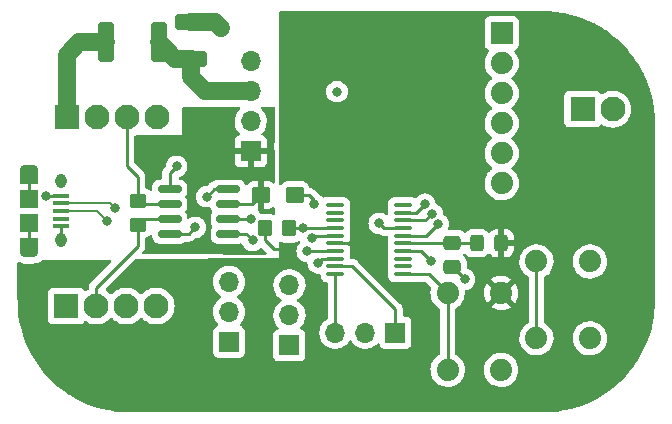
<source format=gbr>
%TF.GenerationSoftware,KiCad,Pcbnew,6.0.11-2627ca5db0~126~ubuntu22.04.1*%
%TF.CreationDate,2023-02-28T18:34:56-05:00*%
%TF.ProjectId,canbus-thermistor,63616e62-7573-42d7-9468-65726d697374,1.0*%
%TF.SameCoordinates,Original*%
%TF.FileFunction,Copper,L1,Top*%
%TF.FilePolarity,Positive*%
%FSLAX46Y46*%
G04 Gerber Fmt 4.6, Leading zero omitted, Abs format (unit mm)*
G04 Created by KiCad (PCBNEW 6.0.11-2627ca5db0~126~ubuntu22.04.1) date 2023-02-28 18:34:56*
%MOMM*%
%LPD*%
G01*
G04 APERTURE LIST*
G04 Aperture macros list*
%AMRoundRect*
0 Rectangle with rounded corners*
0 $1 Rounding radius*
0 $2 $3 $4 $5 $6 $7 $8 $9 X,Y pos of 4 corners*
0 Add a 4 corners polygon primitive as box body*
4,1,4,$2,$3,$4,$5,$6,$7,$8,$9,$2,$3,0*
0 Add four circle primitives for the rounded corners*
1,1,$1+$1,$2,$3*
1,1,$1+$1,$4,$5*
1,1,$1+$1,$6,$7*
1,1,$1+$1,$8,$9*
0 Add four rect primitives between the rounded corners*
20,1,$1+$1,$2,$3,$4,$5,0*
20,1,$1+$1,$4,$5,$6,$7,0*
20,1,$1+$1,$6,$7,$8,$9,0*
20,1,$1+$1,$8,$9,$2,$3,0*%
G04 Aperture macros list end*
%TA.AperFunction,ComponentPad*%
%ADD10R,1.700000X1.700000*%
%TD*%
%TA.AperFunction,ComponentPad*%
%ADD11O,1.700000X1.700000*%
%TD*%
%TA.AperFunction,ComponentPad*%
%ADD12R,2.100000X2.100000*%
%TD*%
%TA.AperFunction,ComponentPad*%
%ADD13C,2.100000*%
%TD*%
%TA.AperFunction,SMDPad,CuDef*%
%ADD14RoundRect,0.250000X0.450000X-0.350000X0.450000X0.350000X-0.450000X0.350000X-0.450000X-0.350000X0*%
%TD*%
%TA.AperFunction,SMDPad,CuDef*%
%ADD15RoundRect,0.250000X-0.475000X0.337500X-0.475000X-0.337500X0.475000X-0.337500X0.475000X0.337500X0*%
%TD*%
%TA.AperFunction,ComponentPad*%
%ADD16C,1.879600*%
%TD*%
%TA.AperFunction,SMDPad,CuDef*%
%ADD17RoundRect,0.250000X-0.350000X-0.450000X0.350000X-0.450000X0.350000X0.450000X-0.350000X0.450000X0*%
%TD*%
%TA.AperFunction,ComponentPad*%
%ADD18R,1.879600X1.879600*%
%TD*%
%TA.AperFunction,SMDPad,CuDef*%
%ADD19RoundRect,0.250000X-0.400000X-1.450000X0.400000X-1.450000X0.400000X1.450000X-0.400000X1.450000X0*%
%TD*%
%TA.AperFunction,SMDPad,CuDef*%
%ADD20RoundRect,0.250000X-0.537500X-0.425000X0.537500X-0.425000X0.537500X0.425000X-0.537500X0.425000X0*%
%TD*%
%TA.AperFunction,SMDPad,CuDef*%
%ADD21RoundRect,0.250000X1.100000X-0.412500X1.100000X0.412500X-1.100000X0.412500X-1.100000X-0.412500X0*%
%TD*%
%TA.AperFunction,SMDPad,CuDef*%
%ADD22RoundRect,0.100000X0.637500X0.100000X-0.637500X0.100000X-0.637500X-0.100000X0.637500X-0.100000X0*%
%TD*%
%TA.AperFunction,SMDPad,CuDef*%
%ADD23R,1.350000X0.400000*%
%TD*%
%TA.AperFunction,SMDPad,CuDef*%
%ADD24R,1.550000X1.500000*%
%TD*%
%TA.AperFunction,SMDPad,CuDef*%
%ADD25R,1.550000X1.200000*%
%TD*%
%TA.AperFunction,ComponentPad*%
%ADD26O,0.950000X1.250000*%
%TD*%
%TA.AperFunction,ComponentPad*%
%ADD27O,1.550000X0.890000*%
%TD*%
%TA.AperFunction,SMDPad,CuDef*%
%ADD28RoundRect,0.250000X-0.325000X-0.450000X0.325000X-0.450000X0.325000X0.450000X-0.325000X0.450000X0*%
%TD*%
%TA.AperFunction,SMDPad,CuDef*%
%ADD29RoundRect,0.150000X0.825000X0.150000X-0.825000X0.150000X-0.825000X-0.150000X0.825000X-0.150000X0*%
%TD*%
%TA.AperFunction,ViaPad*%
%ADD30C,0.800000*%
%TD*%
%TA.AperFunction,Conductor*%
%ADD31C,1.500000*%
%TD*%
%TA.AperFunction,Conductor*%
%ADD32C,0.250000*%
%TD*%
%TA.AperFunction,Conductor*%
%ADD33C,0.200000*%
%TD*%
G04 APERTURE END LIST*
D10*
%TO.P,JP1,1,A*%
%TO.N,CAN_RX*%
X73400000Y-97140000D03*
D11*
%TO.P,JP1,2,C*%
%TO.N,Net-(JP1-Pad2)*%
X73400000Y-94600000D03*
%TO.P,JP1,3,B*%
%TO.N,USB_D-*%
X73400000Y-92060000D03*
%TD*%
D12*
%TO.P,J5,1,Pin_1*%
%TO.N,+BATT*%
X59625000Y-94100000D03*
D13*
%TO.P,J5,2,Pin_2*%
%TO.N,CANH*%
X62165000Y-94100000D03*
%TO.P,J5,3,Pin_3*%
%TO.N,CANL*%
X64705000Y-94100000D03*
%TO.P,J5,4,Pin_4*%
%TO.N,GND*%
X67245000Y-94100000D03*
%TD*%
D10*
%TO.P,J6,1,Pin_1*%
%TO.N,SWDIO*%
X87490000Y-96350000D03*
D11*
%TO.P,J6,2,Pin_2*%
%TO.N,GND*%
X84950000Y-96350000D03*
%TO.P,J6,3,Pin_3*%
%TO.N,SWDCLK*%
X82410000Y-96350000D03*
%TD*%
D14*
%TO.P,R6,1*%
%TO.N,CANH*%
X65700000Y-87200000D03*
%TO.P,R6,2*%
%TO.N,CANL*%
X65700000Y-85200000D03*
%TD*%
D15*
%TO.P,C3,1*%
%TO.N,/VDDA*%
X92325000Y-88762500D03*
%TO.P,C3,2*%
%TO.N,GND*%
X92325000Y-90837500D03*
%TD*%
D16*
%TO.P,S1,1,1*%
%TO.N,+3V3*%
X96435600Y-92998800D03*
%TO.P,S1,2,1*%
%TO.N,unconnected-(S1-Pad2)*%
X96435600Y-99501200D03*
%TO.P,S1,3,2*%
%TO.N,Net-(R1-Pad1)*%
X91914400Y-92998800D03*
%TO.P,S1,4,2*%
%TO.N,unconnected-(S1-Pad4)*%
X91914400Y-99501200D03*
%TD*%
D17*
%TO.P,R5,1*%
%TO.N,+3V3*%
X76475000Y-87525000D03*
%TO.P,R5,2*%
%TO.N,CAN_STBY*%
X78475000Y-87525000D03*
%TD*%
D18*
%TO.P,J2,1,DTR*%
%TO.N,unconnected-(J2-Pad1)*%
X96500000Y-70990000D03*
D16*
%TO.P,J2,2,RXD*%
%TO.N,RXD2*%
X96500000Y-73530000D03*
%TO.P,J2,3,TXD*%
%TO.N,TXD2*%
X96500000Y-76070000D03*
%TO.P,J2,4,VCC*%
%TO.N,Net-(JP3-Pad1)*%
X96500000Y-78610000D03*
%TO.P,J2,5,CTS*%
%TO.N,unconnected-(J2-Pad5)*%
X96500000Y-81150000D03*
%TO.P,J2,6,GND*%
%TO.N,GND*%
X96500000Y-83690000D03*
%TD*%
D19*
%TO.P,F1,1*%
%TO.N,+BATT*%
X63000000Y-71775000D03*
%TO.P,F1,2*%
%TO.N,+12V*%
X67450000Y-71775000D03*
%TD*%
D20*
%TO.P,C6,1*%
%TO.N,+5V*%
X76100000Y-84725000D03*
%TO.P,C6,2*%
%TO.N,GND*%
X78975000Y-84725000D03*
%TD*%
D12*
%TO.P,J4,1,Pin_1*%
%TO.N,+BATT*%
X59660000Y-78075000D03*
D13*
%TO.P,J4,2,Pin_2*%
%TO.N,CANH*%
X62200000Y-78075000D03*
%TO.P,J4,3,Pin_3*%
%TO.N,CANL*%
X64740000Y-78075000D03*
%TO.P,J4,4,Pin_4*%
%TO.N,GND*%
X67280000Y-78075000D03*
%TD*%
D21*
%TO.P,C5,1*%
%TO.N,+12V*%
X70225000Y-73175000D03*
%TO.P,C5,2*%
%TO.N,GND*%
X70225000Y-70050000D03*
%TD*%
D22*
%TO.P,U2,1,PB8*%
%TO.N,Net-(R1-Pad1)*%
X88125000Y-91400000D03*
%TO.P,U2,2,PF0*%
%TO.N,SDA1*%
X88125000Y-90750000D03*
%TO.P,U2,3,PF1*%
%TO.N,SCL1*%
X88125000Y-90100000D03*
%TO.P,U2,4,NRST*%
%TO.N,~{RESET}*%
X88125000Y-89450000D03*
%TO.P,U2,5,VDDA*%
%TO.N,/VDDA*%
X88125000Y-88800000D03*
%TO.P,U2,6,PA0*%
%TO.N,VTHERM*%
X88125000Y-88150000D03*
%TO.P,U2,7,PA1*%
%TO.N,VBAT_MON*%
X88125000Y-87500000D03*
%TO.P,U2,8,PA2*%
%TO.N,TXD2*%
X88125000Y-86850000D03*
%TO.P,U2,9,PA3*%
%TO.N,RXD2*%
X88125000Y-86200000D03*
%TO.P,U2,10,PA4*%
%TO.N,~{SPI1_SS}*%
X88125000Y-85550000D03*
%TO.P,U2,11,PA5*%
%TO.N,SPI1_SCK*%
X82400000Y-85550000D03*
%TO.P,U2,12,PA6*%
%TO.N,SPI1_MISO*%
X82400000Y-86200000D03*
%TO.P,U2,13,PA7*%
%TO.N,SPI1_MOSI*%
X82400000Y-86850000D03*
%TO.P,U2,14,PB1*%
%TO.N,CAN_STBY*%
X82400000Y-87500000D03*
%TO.P,U2,15,VSS*%
%TO.N,GND*%
X82400000Y-88150000D03*
%TO.P,U2,16,VDD*%
%TO.N,+3V3*%
X82400000Y-88800000D03*
%TO.P,U2,17,PA9/PA11*%
%TO.N,Net-(JP1-Pad2)*%
X82400000Y-89450000D03*
%TO.P,U2,18,PA10/PA12*%
%TO.N,Net-(JP2-Pad2)*%
X82400000Y-90100000D03*
%TO.P,U2,19,PA13*%
%TO.N,SWDIO*%
X82400000Y-90750000D03*
%TO.P,U2,20,PA14*%
%TO.N,SWDCLK*%
X82400000Y-91400000D03*
%TD*%
D10*
%TO.P,U3,1,Vout*%
%TO.N,+5V*%
X75247300Y-81002600D03*
D11*
%TO.P,U3,2,GND*%
%TO.N,GND*%
X75247300Y-78462600D03*
%TO.P,U3,3,Vin*%
%TO.N,+12V*%
X75247300Y-75922600D03*
%TO.P,U3,4,EN*%
%TO.N,unconnected-(U3-Pad4)*%
X75247300Y-73382600D03*
%TD*%
D16*
%TO.P,S2,1,1*%
%TO.N,GND*%
X103960600Y-90323800D03*
%TO.P,S2,2,1*%
%TO.N,unconnected-(S2-Pad2)*%
X103960600Y-96826200D03*
%TO.P,S2,3,2*%
%TO.N,~{RESET}*%
X99439400Y-90323800D03*
%TO.P,S2,4,2*%
%TO.N,unconnected-(S2-Pad4)*%
X99439400Y-96826200D03*
%TD*%
D23*
%TO.P,J1,1,VBUS*%
%TO.N,VBUS*%
X59210000Y-84750000D03*
%TO.P,J1,2,D-*%
%TO.N,USB_D-*%
X59210000Y-85400000D03*
%TO.P,J1,3,D+*%
%TO.N,USB_D+*%
X59210000Y-86050000D03*
%TO.P,J1,4,ID*%
%TO.N,unconnected-(J1-Pad4)*%
X59210000Y-86700000D03*
%TO.P,J1,5,GND*%
%TO.N,GND*%
X59210000Y-87350000D03*
D24*
%TO.P,J1,6,Shield*%
X56510000Y-87050000D03*
X56510000Y-85050000D03*
D25*
X56510000Y-88950000D03*
D26*
X59210000Y-83550000D03*
D27*
X56510000Y-82550000D03*
X56510000Y-89550000D03*
D25*
X56510000Y-83150000D03*
D26*
X59210000Y-88550000D03*
%TD*%
D12*
%TO.P,J3,1,Pin_1*%
%TO.N,VTHERM*%
X103350000Y-77425000D03*
D13*
%TO.P,J3,2,Pin_2*%
%TO.N,GND*%
X105890000Y-77425000D03*
%TD*%
D10*
%TO.P,JP2,1,A*%
%TO.N,CAN_TX*%
X78525000Y-97425000D03*
D11*
%TO.P,JP2,2,C*%
%TO.N,Net-(JP2-Pad2)*%
X78525000Y-94885000D03*
%TO.P,JP2,3,B*%
%TO.N,USB_D+*%
X78525000Y-92345000D03*
%TD*%
D28*
%TO.P,FB1,1*%
%TO.N,/VDDA*%
X94400000Y-88775000D03*
%TO.P,FB1,2*%
%TO.N,+3V3*%
X96450000Y-88775000D03*
%TD*%
D29*
%TO.P,U4,1,TXD*%
%TO.N,CAN_TX*%
X73325000Y-88015000D03*
%TO.P,U4,2,VSS*%
%TO.N,GND*%
X73325000Y-86745000D03*
%TO.P,U4,3,VDD*%
%TO.N,+5V*%
X73325000Y-85475000D03*
%TO.P,U4,4,RXD*%
%TO.N,CAN_RX*%
X73325000Y-84205000D03*
%TO.P,U4,5,Vio*%
%TO.N,+3V3*%
X68375000Y-84205000D03*
%TO.P,U4,6,CANL*%
%TO.N,CANL*%
X68375000Y-85475000D03*
%TO.P,U4,7,CANH*%
%TO.N,CANH*%
X68375000Y-86745000D03*
%TO.P,U4,8,STBY*%
%TO.N,CAN_STBY*%
X68375000Y-88015000D03*
%TD*%
D30*
%TO.N,GND*%
X80450000Y-88350000D03*
X72725000Y-70575000D03*
X93350000Y-91850000D03*
X80600000Y-85425000D03*
X75300000Y-86775000D03*
%TO.N,+3V3*%
X78150000Y-80600000D03*
X85100000Y-88800000D03*
X93575000Y-81950000D03*
X78750000Y-89250000D03*
X103450000Y-83900000D03*
X68975000Y-82275000D03*
%TO.N,VBUS*%
X57884502Y-84775000D03*
%TO.N,USB_D-*%
X63750000Y-85825000D03*
%TO.N,USB_D+*%
X63050000Y-86875000D03*
%TO.N,VTHERM*%
X91125000Y-87150000D03*
%TO.N,CAN_RX*%
X71525000Y-84850000D03*
%TO.N,Net-(JP1-Pad2)*%
X80025000Y-89475000D03*
%TO.N,CAN_TX*%
X75400000Y-88550000D03*
%TO.N,Net-(JP2-Pad2)*%
X80950000Y-90450000D03*
%TO.N,VBAT_MON*%
X82550000Y-75950000D03*
X86125000Y-87100000D03*
%TO.N,CAN_STBY*%
X70550000Y-87450000D03*
X79650000Y-87500000D03*
%TO.N,TXD2*%
X90600000Y-86275000D03*
%TO.N,RXD2*%
X89990592Y-85482770D03*
%TO.N,~{RESET}*%
X90475000Y-90300000D03*
%TD*%
D31*
%TO.N,GND*%
X70225000Y-70050000D02*
X72200000Y-70050000D01*
D32*
X75300000Y-86775000D02*
X73355000Y-86775000D01*
X92337500Y-90837500D02*
X93350000Y-91850000D01*
D31*
X72200000Y-70050000D02*
X72725000Y-70575000D01*
D32*
X78975000Y-84725000D02*
X80175000Y-84725000D01*
X80600000Y-85150000D02*
X80600000Y-85425000D01*
X73355000Y-86775000D02*
X73325000Y-86745000D01*
X92325000Y-90837500D02*
X92337500Y-90837500D01*
X80175000Y-84725000D02*
X80600000Y-85150000D01*
X56510000Y-87050000D02*
X56510000Y-89550000D01*
X56510000Y-85050000D02*
X56510000Y-82550000D01*
X59210000Y-87350000D02*
X59210000Y-88550000D01*
X80650000Y-88150000D02*
X80450000Y-88350000D01*
X82400000Y-88150000D02*
X80650000Y-88150000D01*
%TO.N,+3V3*%
X77175000Y-89250000D02*
X76475000Y-88550000D01*
X68375000Y-82875000D02*
X68975000Y-82275000D01*
X68375000Y-84205000D02*
X68375000Y-82875000D01*
X76475000Y-88550000D02*
X76475000Y-87525000D01*
X82400000Y-88800000D02*
X84700000Y-88800000D01*
X84700000Y-88800000D02*
X85100000Y-88800000D01*
X78750000Y-89250000D02*
X77175000Y-89250000D01*
D31*
%TO.N,+12V*%
X71397600Y-75922600D02*
X75247300Y-75922600D01*
X67450000Y-71775000D02*
X68850000Y-73175000D01*
X68850000Y-73175000D02*
X70225000Y-73175000D01*
X70225000Y-74750000D02*
X71397600Y-75922600D01*
X70225000Y-73175000D02*
X70225000Y-74750000D01*
D32*
%TO.N,+5V*%
X73325000Y-85475000D02*
X75350000Y-85475000D01*
X75350000Y-85475000D02*
X76100000Y-84725000D01*
%TO.N,+BATT*%
X59625000Y-78110000D02*
X59660000Y-78075000D01*
D31*
X59660000Y-72840000D02*
X60725000Y-71775000D01*
X59660000Y-78075000D02*
X59660000Y-72840000D01*
X60725000Y-71775000D02*
X63000000Y-71775000D01*
D32*
%TO.N,VBUS*%
X57909502Y-84750000D02*
X57884502Y-84775000D01*
X59210000Y-84750000D02*
X57909502Y-84750000D01*
D33*
%TO.N,USB_D-*%
X59210000Y-85400000D02*
X63325000Y-85400000D01*
X63325000Y-85400000D02*
X63750000Y-85825000D01*
%TO.N,USB_D+*%
X62225000Y-86050000D02*
X63050000Y-86875000D01*
X59210000Y-86050000D02*
X62225000Y-86050000D01*
D32*
%TO.N,VTHERM*%
X88125000Y-88150000D02*
X90125000Y-88150000D01*
X90125000Y-88150000D02*
X91125000Y-87150000D01*
%TO.N,CANH*%
X65700000Y-87200000D02*
X65700000Y-89000000D01*
X65700000Y-89000000D02*
X62165000Y-92535000D01*
X66155000Y-86745000D02*
X65700000Y-87200000D01*
X68375000Y-86745000D02*
X66155000Y-86745000D01*
X62165000Y-92535000D02*
X62165000Y-94100000D01*
%TO.N,CANL*%
X64740000Y-82240000D02*
X64740000Y-78075000D01*
X65700000Y-83200000D02*
X64740000Y-82240000D01*
X65700000Y-85200000D02*
X65700000Y-83200000D01*
X68375000Y-85475000D02*
X65975000Y-85475000D01*
X65975000Y-85475000D02*
X65700000Y-85200000D01*
%TO.N,CAN_RX*%
X73325000Y-84205000D02*
X72170000Y-84205000D01*
X72170000Y-84205000D02*
X71525000Y-84850000D01*
%TO.N,Net-(JP1-Pad2)*%
X80050000Y-89450000D02*
X82400000Y-89450000D01*
X80025000Y-89475000D02*
X80050000Y-89450000D01*
%TO.N,CAN_TX*%
X74865000Y-88015000D02*
X75400000Y-88550000D01*
X73325000Y-88015000D02*
X74865000Y-88015000D01*
%TO.N,Net-(JP2-Pad2)*%
X81300000Y-90100000D02*
X80950000Y-90450000D01*
X82400000Y-90100000D02*
X81300000Y-90100000D01*
%TO.N,Net-(R1-Pad1)*%
X88125000Y-91400000D02*
X90315600Y-91400000D01*
X91914400Y-92998800D02*
X91914400Y-99501200D01*
X90315600Y-91400000D02*
X91914400Y-92998800D01*
%TO.N,VBAT_MON*%
X88125000Y-87500000D02*
X86525000Y-87500000D01*
X86525000Y-87500000D02*
X86125000Y-87100000D01*
%TO.N,CAN_STBY*%
X68375000Y-88015000D02*
X69985000Y-88015000D01*
X78475000Y-87525000D02*
X79625000Y-87525000D01*
X69985000Y-88015000D02*
X70550000Y-87450000D01*
X79625000Y-87525000D02*
X79650000Y-87500000D01*
X78100000Y-87500000D02*
X79650000Y-87500000D01*
X82400000Y-87500000D02*
X79650000Y-87500000D01*
%TO.N,TXD2*%
X90025000Y-86850000D02*
X90600000Y-86275000D01*
X88125000Y-86850000D02*
X90025000Y-86850000D01*
%TO.N,RXD2*%
X89273362Y-86200000D02*
X89990592Y-85482770D01*
X88125000Y-86200000D02*
X89273362Y-86200000D01*
%TO.N,SWDIO*%
X82400000Y-90750000D02*
X83850000Y-90750000D01*
X83850000Y-90750000D02*
X87490000Y-94390000D01*
X87490000Y-94390000D02*
X87490000Y-96350000D01*
%TO.N,SWDCLK*%
X82400000Y-91400000D02*
X82410000Y-91410000D01*
X82410000Y-91410000D02*
X82410000Y-96350000D01*
%TO.N,~{RESET}*%
X89625000Y-89450000D02*
X90475000Y-90300000D01*
X99439400Y-90323800D02*
X99439400Y-96826200D01*
X88125000Y-89450000D02*
X89625000Y-89450000D01*
%TO.N,/VDDA*%
X92287500Y-88800000D02*
X92325000Y-88762500D01*
X88125000Y-88800000D02*
X92287500Y-88800000D01*
X94400000Y-88775000D02*
X92337500Y-88775000D01*
X92337500Y-88775000D02*
X92325000Y-88762500D01*
%TD*%
%TA.AperFunction,Conductor*%
%TO.N,+5V*%
G36*
X77266451Y-77245371D02*
G01*
X77313281Y-77298733D01*
X77325000Y-77351797D01*
X77325000Y-80181961D01*
X77315143Y-80228337D01*
X77315473Y-80228444D01*
X77256458Y-80410072D01*
X77236496Y-80600000D01*
X77256458Y-80789928D01*
X77314454Y-80968420D01*
X77315473Y-80971556D01*
X77315143Y-80971663D01*
X77325000Y-81018039D01*
X77325000Y-83611515D01*
X77304998Y-83679636D01*
X77251342Y-83726129D01*
X77181068Y-83736233D01*
X77120908Y-83710397D01*
X77104260Y-83697249D01*
X76966257Y-83612184D01*
X76953076Y-83606037D01*
X76798790Y-83554862D01*
X76785414Y-83551995D01*
X76691062Y-83542328D01*
X76684645Y-83542000D01*
X76372115Y-83542000D01*
X76356876Y-83546475D01*
X76355671Y-83547865D01*
X76354000Y-83555548D01*
X76354000Y-85889884D01*
X76358475Y-85905123D01*
X76359865Y-85906328D01*
X76367548Y-85907999D01*
X76684595Y-85907999D01*
X76691114Y-85907662D01*
X76786706Y-85897743D01*
X76800100Y-85894851D01*
X76954284Y-85843412D01*
X76967462Y-85837239D01*
X77105312Y-85751934D01*
X77120738Y-85739708D01*
X77186548Y-85713072D01*
X77256312Y-85726244D01*
X77307880Y-85775042D01*
X77325000Y-85838455D01*
X77325000Y-86268699D01*
X77304998Y-86336820D01*
X77251342Y-86383313D01*
X77181068Y-86393417D01*
X77149624Y-86384048D01*
X77147738Y-86382885D01*
X77140793Y-86380582D01*
X77140790Y-86380580D01*
X76986389Y-86329368D01*
X76986387Y-86329368D01*
X76979861Y-86327203D01*
X76973025Y-86326503D01*
X76973022Y-86326502D01*
X76929969Y-86322091D01*
X76875400Y-86316500D01*
X76157076Y-86316500D01*
X76088955Y-86296498D01*
X76047958Y-86253502D01*
X76042341Y-86243774D01*
X76039040Y-86238056D01*
X75922388Y-86108500D01*
X75915675Y-86101045D01*
X75915674Y-86101044D01*
X75911253Y-86096134D01*
X75878093Y-86072041D01*
X75834739Y-86015820D01*
X75828664Y-85945084D01*
X75840003Y-85922020D01*
X75846000Y-85894452D01*
X75846000Y-83560116D01*
X75841525Y-83544877D01*
X75840135Y-83543672D01*
X75832452Y-83542001D01*
X75515405Y-83542001D01*
X75508886Y-83542338D01*
X75413294Y-83552257D01*
X75399900Y-83555149D01*
X75245716Y-83606588D01*
X75232538Y-83612761D01*
X75094693Y-83698063D01*
X75083292Y-83707099D01*
X74963590Y-83827009D01*
X74961681Y-83825103D01*
X74913976Y-83858925D01*
X74843053Y-83862156D01*
X74781641Y-83826531D01*
X74759711Y-83793347D01*
X74759145Y-83791399D01*
X74751323Y-83778172D01*
X74678491Y-83655020D01*
X74678489Y-83655017D01*
X74674453Y-83648193D01*
X74556807Y-83530547D01*
X74549983Y-83526511D01*
X74549980Y-83526509D01*
X74420427Y-83449892D01*
X74420428Y-83449892D01*
X74413601Y-83445855D01*
X74405990Y-83443644D01*
X74405988Y-83443643D01*
X74343541Y-83425501D01*
X74253831Y-83399438D01*
X74247426Y-83398934D01*
X74247421Y-83398933D01*
X74218958Y-83396693D01*
X74218950Y-83396693D01*
X74216502Y-83396500D01*
X72433498Y-83396500D01*
X72431050Y-83396693D01*
X72431042Y-83396693D01*
X72402579Y-83398933D01*
X72402574Y-83398934D01*
X72396169Y-83399438D01*
X72306459Y-83425501D01*
X72244012Y-83443643D01*
X72244010Y-83443644D01*
X72236399Y-83445855D01*
X72229572Y-83449892D01*
X72229573Y-83449892D01*
X72100020Y-83526509D01*
X72100017Y-83526511D01*
X72093193Y-83530547D01*
X72069194Y-83554546D01*
X72013675Y-83586214D01*
X72011203Y-83586526D01*
X72003834Y-83589443D01*
X72003832Y-83589444D01*
X71970092Y-83602802D01*
X71958865Y-83606646D01*
X71916407Y-83618982D01*
X71909581Y-83623019D01*
X71898972Y-83629293D01*
X71881224Y-83637988D01*
X71862383Y-83645448D01*
X71855967Y-83650110D01*
X71855966Y-83650110D01*
X71826613Y-83671436D01*
X71816693Y-83677952D01*
X71785465Y-83696420D01*
X71785462Y-83696422D01*
X71778638Y-83700458D01*
X71764317Y-83714779D01*
X71749284Y-83727619D01*
X71732893Y-83739528D01*
X71727840Y-83745636D01*
X71704708Y-83773598D01*
X71696718Y-83782378D01*
X71574501Y-83904595D01*
X71512189Y-83938621D01*
X71485406Y-83941500D01*
X71429513Y-83941500D01*
X71423061Y-83942872D01*
X71423056Y-83942872D01*
X71336113Y-83961353D01*
X71242712Y-83981206D01*
X71236682Y-83983891D01*
X71236681Y-83983891D01*
X71074278Y-84056197D01*
X71074276Y-84056198D01*
X71068248Y-84058882D01*
X70913747Y-84171134D01*
X70909326Y-84176044D01*
X70909325Y-84176045D01*
X70813267Y-84282729D01*
X70785960Y-84313056D01*
X70749820Y-84375652D01*
X70701797Y-84458831D01*
X70690473Y-84478444D01*
X70631458Y-84660072D01*
X70630768Y-84666633D01*
X70630768Y-84666635D01*
X70617644Y-84791502D01*
X70611496Y-84850000D01*
X70612186Y-84856565D01*
X70628372Y-85010562D01*
X70631458Y-85039928D01*
X70690473Y-85221556D01*
X70693776Y-85227278D01*
X70693777Y-85227279D01*
X70727686Y-85286010D01*
X70785960Y-85386944D01*
X70790378Y-85391851D01*
X70790379Y-85391852D01*
X70909325Y-85523955D01*
X70913747Y-85528866D01*
X71068248Y-85641118D01*
X71074276Y-85643802D01*
X71074278Y-85643803D01*
X71186929Y-85693958D01*
X71242712Y-85718794D01*
X71336113Y-85738647D01*
X71423056Y-85757128D01*
X71423061Y-85757128D01*
X71429513Y-85758500D01*
X71620487Y-85758500D01*
X71626939Y-85757128D01*
X71626944Y-85757128D01*
X71708896Y-85739708D01*
X71725494Y-85736180D01*
X71796284Y-85741582D01*
X71852916Y-85784399D01*
X71872687Y-85824273D01*
X71889107Y-85880790D01*
X71895352Y-85895221D01*
X71971911Y-86024677D01*
X71977871Y-86032360D01*
X72003820Y-86098444D01*
X71989922Y-86168067D01*
X71979579Y-86184161D01*
X71975547Y-86188193D01*
X71890855Y-86331399D01*
X71888644Y-86339010D01*
X71888643Y-86339012D01*
X71881981Y-86361944D01*
X71844438Y-86491169D01*
X71843934Y-86497574D01*
X71843933Y-86497579D01*
X71842587Y-86514687D01*
X71841500Y-86528498D01*
X71841500Y-86961502D01*
X71844438Y-86998831D01*
X71890855Y-87158601D01*
X71975547Y-87301807D01*
X71978229Y-87304489D01*
X72003502Y-87368861D01*
X71989600Y-87438484D01*
X71979428Y-87454312D01*
X71975547Y-87458193D01*
X71890855Y-87601399D01*
X71844438Y-87761169D01*
X71841500Y-87798498D01*
X71841500Y-88231502D01*
X71844438Y-88268831D01*
X71890855Y-88428601D01*
X71898677Y-88441827D01*
X71971509Y-88564980D01*
X71971511Y-88564983D01*
X71975547Y-88571807D01*
X72093193Y-88689453D01*
X72100017Y-88693489D01*
X72100020Y-88693491D01*
X72174598Y-88737596D01*
X72236399Y-88774145D01*
X72244010Y-88776356D01*
X72244012Y-88776357D01*
X72296231Y-88791528D01*
X72396169Y-88820562D01*
X72402574Y-88821066D01*
X72402579Y-88821067D01*
X72431042Y-88823307D01*
X72431050Y-88823307D01*
X72433498Y-88823500D01*
X74216502Y-88823500D01*
X74218950Y-88823307D01*
X74218958Y-88823307D01*
X74247421Y-88821067D01*
X74247426Y-88821066D01*
X74253831Y-88820562D01*
X74260003Y-88818769D01*
X74260008Y-88818768D01*
X74325149Y-88799843D01*
X74391355Y-88780608D01*
X74462349Y-88780811D01*
X74521966Y-88819365D01*
X74546339Y-88862668D01*
X74565473Y-88921556D01*
X74660960Y-89086944D01*
X74665378Y-89091851D01*
X74665379Y-89091852D01*
X74693295Y-89122856D01*
X74788747Y-89228866D01*
X74873020Y-89290094D01*
X74911110Y-89317768D01*
X74943248Y-89341118D01*
X74949276Y-89343802D01*
X74949278Y-89343803D01*
X75111681Y-89416109D01*
X75117712Y-89418794D01*
X75211112Y-89438647D01*
X75298056Y-89457128D01*
X75298061Y-89457128D01*
X75304513Y-89458500D01*
X75495487Y-89458500D01*
X75501939Y-89457128D01*
X75501944Y-89457128D01*
X75588888Y-89438647D01*
X75682288Y-89418794D01*
X75688319Y-89416109D01*
X75850722Y-89343803D01*
X75850724Y-89343802D01*
X75856752Y-89341118D01*
X75888891Y-89317768D01*
X76002728Y-89235060D01*
X76011253Y-89228866D01*
X76039299Y-89197718D01*
X76099745Y-89160479D01*
X76170729Y-89161831D01*
X76222030Y-89192934D01*
X76562739Y-89533643D01*
X76596765Y-89595955D01*
X76591700Y-89666770D01*
X76549153Y-89723606D01*
X76482633Y-89748417D01*
X76473457Y-89748738D01*
X69330670Y-89738157D01*
X66166438Y-89733469D01*
X66098348Y-89713366D01*
X66051935Y-89659641D01*
X66041935Y-89589353D01*
X66071524Y-89524816D01*
X66077531Y-89518374D01*
X66092253Y-89503652D01*
X66100539Y-89496112D01*
X66107018Y-89492000D01*
X66153644Y-89442348D01*
X66156398Y-89439507D01*
X66176135Y-89419770D01*
X66178615Y-89416573D01*
X66186320Y-89407551D01*
X66211159Y-89381100D01*
X66216586Y-89375321D01*
X66220405Y-89368375D01*
X66220407Y-89368372D01*
X66226348Y-89357566D01*
X66237199Y-89341047D01*
X66244758Y-89331301D01*
X66249614Y-89325041D01*
X66252759Y-89317772D01*
X66252762Y-89317768D01*
X66267174Y-89284463D01*
X66272391Y-89273813D01*
X66293695Y-89235060D01*
X66298733Y-89215437D01*
X66305137Y-89196734D01*
X66310033Y-89185420D01*
X66310033Y-89185419D01*
X66313181Y-89178145D01*
X66314420Y-89170322D01*
X66314423Y-89170312D01*
X66320099Y-89134476D01*
X66322505Y-89122856D01*
X66331528Y-89087711D01*
X66331528Y-89087710D01*
X66333500Y-89080030D01*
X66333500Y-89059776D01*
X66335051Y-89040065D01*
X66336980Y-89027886D01*
X66338220Y-89020057D01*
X66334059Y-88976038D01*
X66333500Y-88964181D01*
X66333500Y-88379197D01*
X66353502Y-88311076D01*
X66407158Y-88264583D01*
X66419623Y-88259674D01*
X66467002Y-88243867D01*
X66467004Y-88243866D01*
X66473946Y-88241550D01*
X66490184Y-88231502D01*
X66618120Y-88152332D01*
X66624348Y-88148478D01*
X66629521Y-88143296D01*
X66629526Y-88143292D01*
X66676327Y-88096409D01*
X66738609Y-88062329D01*
X66809429Y-88067332D01*
X66866302Y-88109829D01*
X66891171Y-88176327D01*
X66891500Y-88185426D01*
X66891500Y-88231502D01*
X66894438Y-88268831D01*
X66940855Y-88428601D01*
X66948677Y-88441827D01*
X67021509Y-88564980D01*
X67021511Y-88564983D01*
X67025547Y-88571807D01*
X67143193Y-88689453D01*
X67150017Y-88693489D01*
X67150020Y-88693491D01*
X67224598Y-88737596D01*
X67286399Y-88774145D01*
X67294010Y-88776356D01*
X67294012Y-88776357D01*
X67346231Y-88791528D01*
X67446169Y-88820562D01*
X67452574Y-88821066D01*
X67452579Y-88821067D01*
X67481042Y-88823307D01*
X67481050Y-88823307D01*
X67483498Y-88823500D01*
X69266502Y-88823500D01*
X69268950Y-88823307D01*
X69268958Y-88823307D01*
X69297421Y-88821067D01*
X69297426Y-88821066D01*
X69303831Y-88820562D01*
X69403769Y-88791528D01*
X69455988Y-88776357D01*
X69455990Y-88776356D01*
X69463601Y-88774145D01*
X69525402Y-88737596D01*
X69599980Y-88693491D01*
X69599983Y-88693489D01*
X69606807Y-88689453D01*
X69612416Y-88683844D01*
X69618675Y-88678989D01*
X69619844Y-88680496D01*
X69673167Y-88651379D01*
X69699950Y-88648500D01*
X69906233Y-88648500D01*
X69917416Y-88649027D01*
X69924909Y-88650702D01*
X69932835Y-88650453D01*
X69932836Y-88650453D01*
X69992986Y-88648562D01*
X69996945Y-88648500D01*
X70024856Y-88648500D01*
X70028791Y-88648003D01*
X70028856Y-88647995D01*
X70040693Y-88647062D01*
X70072951Y-88646048D01*
X70076970Y-88645922D01*
X70084889Y-88645673D01*
X70104343Y-88640021D01*
X70123700Y-88636013D01*
X70135930Y-88634468D01*
X70135931Y-88634468D01*
X70143797Y-88633474D01*
X70151168Y-88630555D01*
X70151170Y-88630555D01*
X70184912Y-88617196D01*
X70196142Y-88613351D01*
X70230983Y-88603229D01*
X70230984Y-88603229D01*
X70238593Y-88601018D01*
X70245412Y-88596985D01*
X70245417Y-88596983D01*
X70256028Y-88590707D01*
X70273776Y-88582012D01*
X70292617Y-88574552D01*
X70328387Y-88548564D01*
X70338307Y-88542048D01*
X70369535Y-88523580D01*
X70369538Y-88523578D01*
X70376362Y-88519542D01*
X70390683Y-88505221D01*
X70405717Y-88492380D01*
X70415694Y-88485131D01*
X70422107Y-88480472D01*
X70450298Y-88446395D01*
X70458288Y-88437616D01*
X70500499Y-88395405D01*
X70562811Y-88361379D01*
X70589594Y-88358500D01*
X70645487Y-88358500D01*
X70651939Y-88357128D01*
X70651944Y-88357128D01*
X70738888Y-88338647D01*
X70832288Y-88318794D01*
X70849623Y-88311076D01*
X71000722Y-88243803D01*
X71000724Y-88243802D01*
X71006752Y-88241118D01*
X71161253Y-88128866D01*
X71178394Y-88109829D01*
X71284621Y-87991852D01*
X71284622Y-87991851D01*
X71289040Y-87986944D01*
X71384527Y-87821556D01*
X71443542Y-87639928D01*
X71446792Y-87609012D01*
X71462814Y-87456565D01*
X71463504Y-87450000D01*
X71448030Y-87302775D01*
X71444232Y-87266635D01*
X71444232Y-87266633D01*
X71443542Y-87260072D01*
X71384527Y-87078444D01*
X71289040Y-86913056D01*
X71260686Y-86881565D01*
X71165675Y-86776045D01*
X71165674Y-86776044D01*
X71161253Y-86771134D01*
X71047673Y-86688613D01*
X71012094Y-86662763D01*
X71012093Y-86662762D01*
X71006752Y-86658882D01*
X71000724Y-86656198D01*
X71000722Y-86656197D01*
X70838319Y-86583891D01*
X70838318Y-86583891D01*
X70832288Y-86581206D01*
X70738888Y-86561353D01*
X70651944Y-86542872D01*
X70651939Y-86542872D01*
X70645487Y-86541500D01*
X70454513Y-86541500D01*
X70448061Y-86542872D01*
X70448056Y-86542872D01*
X70361112Y-86561353D01*
X70267712Y-86581206D01*
X70261682Y-86583891D01*
X70261681Y-86583891D01*
X70099278Y-86656197D01*
X70099276Y-86656198D01*
X70093248Y-86658882D01*
X70058559Y-86684085D01*
X69991694Y-86707942D01*
X69922543Y-86691862D01*
X69873062Y-86640949D01*
X69858500Y-86582148D01*
X69858500Y-86528498D01*
X69857413Y-86514687D01*
X69856067Y-86497579D01*
X69856066Y-86497574D01*
X69855562Y-86491169D01*
X69818019Y-86361944D01*
X69811357Y-86339012D01*
X69811356Y-86339010D01*
X69809145Y-86331399D01*
X69724453Y-86188193D01*
X69721771Y-86185511D01*
X69696498Y-86121139D01*
X69710400Y-86051516D01*
X69720572Y-86035688D01*
X69724453Y-86031807D01*
X69809145Y-85888601D01*
X69811415Y-85880790D01*
X69839418Y-85784399D01*
X69855562Y-85728831D01*
X69856564Y-85716109D01*
X69858307Y-85693958D01*
X69858307Y-85693950D01*
X69858500Y-85691502D01*
X69858500Y-85258498D01*
X69855562Y-85221169D01*
X69809145Y-85061399D01*
X69724453Y-84918193D01*
X69721771Y-84915511D01*
X69696498Y-84851139D01*
X69710400Y-84781516D01*
X69720572Y-84765688D01*
X69724453Y-84761807D01*
X69809145Y-84618601D01*
X69855562Y-84458831D01*
X69858500Y-84421502D01*
X69858500Y-83988498D01*
X69858307Y-83986042D01*
X69856067Y-83957579D01*
X69856066Y-83957574D01*
X69855562Y-83951169D01*
X69809145Y-83791399D01*
X69771426Y-83727620D01*
X69728491Y-83655020D01*
X69728489Y-83655017D01*
X69724453Y-83648193D01*
X69606807Y-83530547D01*
X69599983Y-83526511D01*
X69599980Y-83526509D01*
X69470427Y-83449892D01*
X69470428Y-83449892D01*
X69463601Y-83445855D01*
X69455990Y-83443644D01*
X69455988Y-83443643D01*
X69393541Y-83425501D01*
X69303831Y-83399438D01*
X69297426Y-83398934D01*
X69297421Y-83398933D01*
X69268956Y-83396693D01*
X69268952Y-83396693D01*
X69266502Y-83396500D01*
X69264029Y-83396500D01*
X69262166Y-83396427D01*
X69194881Y-83373773D01*
X69150525Y-83318337D01*
X69143181Y-83247722D01*
X69175181Y-83184345D01*
X69240901Y-83147278D01*
X69250826Y-83145168D01*
X69250830Y-83145167D01*
X69257288Y-83143794D01*
X69337616Y-83108030D01*
X69425722Y-83068803D01*
X69425724Y-83068802D01*
X69431752Y-83066118D01*
X69438384Y-83061300D01*
X69538091Y-82988858D01*
X69586253Y-82953866D01*
X69592969Y-82946407D01*
X69709621Y-82816852D01*
X69709622Y-82816851D01*
X69714040Y-82811944D01*
X69802018Y-82659562D01*
X69806223Y-82652279D01*
X69806224Y-82652278D01*
X69809527Y-82646556D01*
X69868542Y-82464928D01*
X69871785Y-82434079D01*
X69887814Y-82281565D01*
X69888504Y-82275000D01*
X69868542Y-82085072D01*
X69809527Y-81903444D01*
X69805962Y-81897269D01*
X73889301Y-81897269D01*
X73889671Y-81904090D01*
X73895195Y-81954952D01*
X73898821Y-81970204D01*
X73943976Y-82090654D01*
X73952514Y-82106249D01*
X74029015Y-82208324D01*
X74041576Y-82220885D01*
X74143651Y-82297386D01*
X74159246Y-82305924D01*
X74279694Y-82351078D01*
X74294949Y-82354705D01*
X74345814Y-82360231D01*
X74352628Y-82360600D01*
X74975185Y-82360600D01*
X74990424Y-82356125D01*
X74991629Y-82354735D01*
X74993300Y-82347052D01*
X74993300Y-82342484D01*
X75501300Y-82342484D01*
X75505775Y-82357723D01*
X75507165Y-82358928D01*
X75514848Y-82360599D01*
X76141969Y-82360599D01*
X76148790Y-82360229D01*
X76199652Y-82354705D01*
X76214904Y-82351079D01*
X76335354Y-82305924D01*
X76350949Y-82297386D01*
X76453024Y-82220885D01*
X76465585Y-82208324D01*
X76542086Y-82106249D01*
X76550624Y-82090654D01*
X76595778Y-81970206D01*
X76599405Y-81954951D01*
X76604931Y-81904086D01*
X76605300Y-81897272D01*
X76605300Y-81274715D01*
X76600825Y-81259476D01*
X76599435Y-81258271D01*
X76591752Y-81256600D01*
X75519415Y-81256600D01*
X75504176Y-81261075D01*
X75502971Y-81262465D01*
X75501300Y-81270148D01*
X75501300Y-82342484D01*
X74993300Y-82342484D01*
X74993300Y-81274715D01*
X74988825Y-81259476D01*
X74987435Y-81258271D01*
X74979752Y-81256600D01*
X73907416Y-81256600D01*
X73892177Y-81261075D01*
X73890972Y-81262465D01*
X73889301Y-81270148D01*
X73889301Y-81897269D01*
X69805962Y-81897269D01*
X69714040Y-81738056D01*
X69586253Y-81596134D01*
X69431752Y-81483882D01*
X69425724Y-81481198D01*
X69425722Y-81481197D01*
X69263319Y-81408891D01*
X69263318Y-81408891D01*
X69257288Y-81406206D01*
X69163888Y-81386353D01*
X69076944Y-81367872D01*
X69076939Y-81367872D01*
X69070487Y-81366500D01*
X68879513Y-81366500D01*
X68873061Y-81367872D01*
X68873056Y-81367872D01*
X68786112Y-81386353D01*
X68692712Y-81406206D01*
X68686682Y-81408891D01*
X68686681Y-81408891D01*
X68524278Y-81481197D01*
X68524276Y-81481198D01*
X68518248Y-81483882D01*
X68363747Y-81596134D01*
X68235960Y-81738056D01*
X68140473Y-81903444D01*
X68081458Y-82085072D01*
X68080768Y-82091633D01*
X68080768Y-82091635D01*
X68064093Y-82250292D01*
X68037080Y-82315949D01*
X68027878Y-82326217D01*
X67982747Y-82371348D01*
X67974461Y-82378888D01*
X67967982Y-82383000D01*
X67962557Y-82388777D01*
X67921357Y-82432651D01*
X67918602Y-82435493D01*
X67898865Y-82455230D01*
X67896385Y-82458427D01*
X67888682Y-82467447D01*
X67858414Y-82499679D01*
X67854595Y-82506625D01*
X67854593Y-82506628D01*
X67848652Y-82517434D01*
X67837801Y-82533953D01*
X67825386Y-82549959D01*
X67822241Y-82557228D01*
X67822238Y-82557232D01*
X67807826Y-82590537D01*
X67802609Y-82601187D01*
X67781305Y-82639940D01*
X67779334Y-82647615D01*
X67779334Y-82647616D01*
X67776267Y-82659562D01*
X67769863Y-82678266D01*
X67761819Y-82696855D01*
X67760580Y-82704678D01*
X67760577Y-82704688D01*
X67754901Y-82740524D01*
X67752495Y-82752144D01*
X67743472Y-82787289D01*
X67741500Y-82794970D01*
X67741500Y-82815224D01*
X67739949Y-82834934D01*
X67736780Y-82854943D01*
X67737526Y-82862835D01*
X67740941Y-82898961D01*
X67741500Y-82910819D01*
X67741500Y-83270500D01*
X67721498Y-83338621D01*
X67667842Y-83385114D01*
X67615500Y-83396500D01*
X67483498Y-83396500D01*
X67481050Y-83396693D01*
X67481042Y-83396693D01*
X67452579Y-83398933D01*
X67452574Y-83398934D01*
X67446169Y-83399438D01*
X67356459Y-83425501D01*
X67294012Y-83443643D01*
X67294010Y-83443644D01*
X67286399Y-83445855D01*
X67279572Y-83449892D01*
X67279573Y-83449892D01*
X67150020Y-83526509D01*
X67150017Y-83526511D01*
X67143193Y-83530547D01*
X67025547Y-83648193D01*
X67021511Y-83655017D01*
X67021509Y-83655020D01*
X66978574Y-83727620D01*
X66940855Y-83791399D01*
X66894438Y-83951169D01*
X66893934Y-83957574D01*
X66893933Y-83957579D01*
X66891693Y-83986042D01*
X66891500Y-83988498D01*
X66891500Y-84214608D01*
X66871498Y-84282729D01*
X66817842Y-84329222D01*
X66747568Y-84339326D01*
X66682988Y-84309832D01*
X66676483Y-84303781D01*
X66628488Y-84255870D01*
X66628483Y-84255866D01*
X66623303Y-84250695D01*
X66617072Y-84246854D01*
X66478968Y-84161725D01*
X66478966Y-84161724D01*
X66472738Y-84157885D01*
X66419832Y-84140337D01*
X66361473Y-84099906D01*
X66334236Y-84034342D01*
X66333500Y-84020744D01*
X66333500Y-83278767D01*
X66334027Y-83267584D01*
X66335702Y-83260091D01*
X66333562Y-83192014D01*
X66333500Y-83188055D01*
X66333500Y-83160144D01*
X66332995Y-83156144D01*
X66332062Y-83144301D01*
X66330922Y-83108030D01*
X66330673Y-83100111D01*
X66325021Y-83080657D01*
X66321013Y-83061300D01*
X66319468Y-83049070D01*
X66319468Y-83049069D01*
X66318474Y-83041203D01*
X66315555Y-83033830D01*
X66302196Y-83000088D01*
X66298351Y-82988858D01*
X66288229Y-82954017D01*
X66288229Y-82954016D01*
X66286018Y-82946407D01*
X66281985Y-82939588D01*
X66281983Y-82939583D01*
X66275707Y-82928972D01*
X66267012Y-82911224D01*
X66259552Y-82892383D01*
X66238085Y-82862835D01*
X66233564Y-82856613D01*
X66227048Y-82846693D01*
X66208580Y-82815465D01*
X66208578Y-82815462D01*
X66204542Y-82808638D01*
X66190221Y-82794317D01*
X66177380Y-82779283D01*
X66170131Y-82769306D01*
X66165472Y-82762893D01*
X66159368Y-82757843D01*
X66159363Y-82757838D01*
X66131402Y-82734707D01*
X66122621Y-82726717D01*
X65410404Y-82014499D01*
X65376379Y-81952187D01*
X65373500Y-81925404D01*
X65373500Y-79783874D01*
X65393502Y-79715753D01*
X65447158Y-79669260D01*
X65498436Y-79657878D01*
X67353689Y-79642244D01*
X69381887Y-79625153D01*
X69381888Y-79625153D01*
X69400000Y-79625000D01*
X69400000Y-77400207D01*
X69420002Y-77332086D01*
X69473658Y-77285593D01*
X69525205Y-77274210D01*
X70018557Y-77271097D01*
X74236713Y-77244485D01*
X74304959Y-77264056D01*
X74351789Y-77317418D01*
X74362336Y-77387626D01*
X74328603Y-77457532D01*
X74187929Y-77604738D01*
X74062043Y-77789280D01*
X73967988Y-77991905D01*
X73908289Y-78207170D01*
X73884551Y-78429295D01*
X73884848Y-78434448D01*
X73884848Y-78434451D01*
X73890311Y-78529190D01*
X73897410Y-78652315D01*
X73898547Y-78657361D01*
X73898548Y-78657367D01*
X73918419Y-78745539D01*
X73946522Y-78870239D01*
X74030566Y-79077216D01*
X74147287Y-79267688D01*
X74293550Y-79436538D01*
X74297525Y-79439838D01*
X74297531Y-79439844D01*
X74302725Y-79444156D01*
X74342359Y-79503060D01*
X74343855Y-79574041D01*
X74306739Y-79634562D01*
X74266468Y-79659080D01*
X74159246Y-79699276D01*
X74143651Y-79707814D01*
X74041576Y-79784315D01*
X74029015Y-79796876D01*
X73952514Y-79898951D01*
X73943976Y-79914546D01*
X73898822Y-80034994D01*
X73895195Y-80050249D01*
X73889669Y-80101114D01*
X73889300Y-80107928D01*
X73889300Y-80730485D01*
X73893775Y-80745724D01*
X73895165Y-80746929D01*
X73902848Y-80748600D01*
X76587184Y-80748600D01*
X76602423Y-80744125D01*
X76603628Y-80742735D01*
X76605299Y-80735052D01*
X76605299Y-80107931D01*
X76604929Y-80101110D01*
X76599405Y-80050248D01*
X76595779Y-80034996D01*
X76550624Y-79914546D01*
X76542086Y-79898951D01*
X76465585Y-79796876D01*
X76453024Y-79784315D01*
X76350949Y-79707814D01*
X76335354Y-79699276D01*
X76225113Y-79657948D01*
X76168349Y-79615306D01*
X76143649Y-79548745D01*
X76158857Y-79479396D01*
X76180404Y-79450715D01*
X76281730Y-79349744D01*
X76281740Y-79349732D01*
X76285396Y-79346089D01*
X76344894Y-79263289D01*
X76412735Y-79168877D01*
X76415753Y-79164677D01*
X76454432Y-79086417D01*
X76512436Y-78969053D01*
X76512437Y-78969051D01*
X76514730Y-78964411D01*
X76579670Y-78750669D01*
X76608829Y-78529190D01*
X76610456Y-78462600D01*
X76592152Y-78239961D01*
X76537731Y-78023302D01*
X76448654Y-77818440D01*
X76327314Y-77630877D01*
X76176970Y-77465651D01*
X76165641Y-77456704D01*
X76124581Y-77398787D01*
X76121350Y-77327864D01*
X76156976Y-77266453D01*
X76220147Y-77234052D01*
X76242941Y-77231827D01*
X77198205Y-77225800D01*
X77266451Y-77245371D01*
G37*
%TD.AperFunction*%
%TD*%
%TA.AperFunction,Conductor*%
%TO.N,+3V3*%
G36*
X99961288Y-69127468D02*
G01*
X99976121Y-69129778D01*
X99976125Y-69129778D01*
X99984994Y-69131159D01*
X100008118Y-69128135D01*
X100028399Y-69127135D01*
X100583290Y-69144571D01*
X100591190Y-69145068D01*
X100925772Y-69176694D01*
X101176940Y-69200436D01*
X101184776Y-69201426D01*
X101503895Y-69251968D01*
X101765890Y-69293463D01*
X101773666Y-69294946D01*
X102347862Y-69423292D01*
X102355528Y-69425261D01*
X102756319Y-69541700D01*
X102841683Y-69566500D01*
X102920513Y-69589402D01*
X102928030Y-69591844D01*
X103267511Y-69714064D01*
X103481618Y-69791147D01*
X103488977Y-69794061D01*
X104028934Y-70027719D01*
X104036096Y-70031089D01*
X104306439Y-70168834D01*
X104560326Y-70298195D01*
X104567247Y-70301999D01*
X105073704Y-70601514D01*
X105080367Y-70605743D01*
X105289897Y-70748139D01*
X105566975Y-70936440D01*
X105573379Y-70941092D01*
X106038283Y-71301707D01*
X106044382Y-71306753D01*
X106485706Y-71695829D01*
X106491476Y-71701247D01*
X106907503Y-72117272D01*
X106912922Y-72123042D01*
X107195228Y-72443252D01*
X107302018Y-72564381D01*
X107307063Y-72570481D01*
X107667664Y-73035363D01*
X107672317Y-73041766D01*
X107730358Y-73127170D01*
X107976505Y-73489361D01*
X108003025Y-73528384D01*
X108007261Y-73535060D01*
X108285839Y-74006104D01*
X108306760Y-74041480D01*
X108310568Y-74048407D01*
X108501829Y-74423773D01*
X108577686Y-74572650D01*
X108581055Y-74579809D01*
X108767638Y-75010973D01*
X108814720Y-75119773D01*
X108817632Y-75127128D01*
X108986771Y-75596924D01*
X109016933Y-75680701D01*
X109019378Y-75688226D01*
X109155763Y-76157658D01*
X109183529Y-76253229D01*
X109185495Y-76260888D01*
X109199056Y-76321556D01*
X109313838Y-76835057D01*
X109315322Y-76842832D01*
X109379511Y-77248091D01*
X109395689Y-77350230D01*
X109407366Y-77423956D01*
X109408357Y-77431804D01*
X109409366Y-77442472D01*
X109463728Y-78017550D01*
X109464225Y-78025450D01*
X109481416Y-78572430D01*
X109479978Y-78595771D01*
X109478958Y-78602319D01*
X109478958Y-78602325D01*
X109477577Y-78611194D01*
X109478741Y-78620096D01*
X109478741Y-78620098D01*
X109481704Y-78642753D01*
X109482768Y-78659091D01*
X109482768Y-93568101D01*
X109481268Y-93587486D01*
X109478958Y-93602319D01*
X109478958Y-93602323D01*
X109477577Y-93611192D01*
X109478741Y-93620094D01*
X109478741Y-93620096D01*
X109479218Y-93623744D01*
X109480379Y-93632617D01*
X109480599Y-93634302D01*
X109481601Y-93654597D01*
X109464163Y-94209486D01*
X109463666Y-94217385D01*
X109424704Y-94629570D01*
X109409566Y-94789715D01*
X109408298Y-94803125D01*
X109407307Y-94810970D01*
X109378714Y-94991500D01*
X109315265Y-95392100D01*
X109313786Y-95399856D01*
X109185432Y-95974073D01*
X109183475Y-95981694D01*
X109019888Y-96544767D01*
X109019326Y-96546701D01*
X109016884Y-96554217D01*
X108948124Y-96745205D01*
X108817583Y-97107797D01*
X108814669Y-97115156D01*
X108581009Y-97655116D01*
X108577646Y-97662264D01*
X108398761Y-98013344D01*
X108310531Y-98186504D01*
X108306718Y-98193440D01*
X108007221Y-98699863D01*
X108002979Y-98706547D01*
X107954693Y-98777598D01*
X107777809Y-99037875D01*
X107672279Y-99193157D01*
X107667632Y-99199553D01*
X107307007Y-99664469D01*
X107301985Y-99670538D01*
X106979627Y-100036182D01*
X106912888Y-100111882D01*
X106907469Y-100117652D01*
X106491452Y-100533669D01*
X106485683Y-100539087D01*
X106044338Y-100928185D01*
X106038269Y-100933207D01*
X105885778Y-101051491D01*
X105573360Y-101293827D01*
X105566957Y-101298479D01*
X105080347Y-101629179D01*
X105073663Y-101633421D01*
X104567240Y-101932918D01*
X104560306Y-101936730D01*
X104036064Y-102203846D01*
X104028916Y-102207209D01*
X103488956Y-102440869D01*
X103481597Y-102443783D01*
X103204813Y-102543431D01*
X102928017Y-102643084D01*
X102920513Y-102645522D01*
X102355494Y-102809675D01*
X102347873Y-102811632D01*
X101773656Y-102939986D01*
X101765900Y-102941465D01*
X101431794Y-102994382D01*
X101184770Y-103033507D01*
X101176931Y-103034497D01*
X101011993Y-103050088D01*
X100591185Y-103089866D01*
X100583286Y-103090363D01*
X100035968Y-103107563D01*
X100012626Y-103106125D01*
X100006418Y-103105158D01*
X100006413Y-103105158D01*
X99997544Y-103103777D01*
X99988642Y-103104941D01*
X99988640Y-103104941D01*
X99974434Y-103106799D01*
X99965982Y-103107904D01*
X99949647Y-103108968D01*
X65040635Y-103108968D01*
X65021250Y-103107468D01*
X65006417Y-103105158D01*
X65006413Y-103105158D01*
X64997544Y-103103777D01*
X64988642Y-103104941D01*
X64988640Y-103104941D01*
X64980844Y-103105961D01*
X64974431Y-103106799D01*
X64954139Y-103107801D01*
X64399250Y-103090363D01*
X64391350Y-103089866D01*
X64054857Y-103058058D01*
X63805603Y-103034496D01*
X63797767Y-103033506D01*
X63216645Y-102941466D01*
X63208877Y-102939983D01*
X62634687Y-102811636D01*
X62627020Y-102809668D01*
X62356581Y-102731098D01*
X62062024Y-102645521D01*
X62054521Y-102643083D01*
X61500925Y-102443777D01*
X61493597Y-102440875D01*
X60953606Y-102207200D01*
X60946474Y-102203844D01*
X60422233Y-101936730D01*
X60415297Y-101932917D01*
X60347544Y-101892848D01*
X59908859Y-101633411D01*
X59902207Y-101629189D01*
X59415574Y-101298473D01*
X59409185Y-101293831D01*
X58944269Y-100933206D01*
X58938200Y-100928184D01*
X58496856Y-100539087D01*
X58491086Y-100533668D01*
X58075069Y-100117651D01*
X58069650Y-100111881D01*
X57680567Y-99670552D01*
X57675521Y-99664453D01*
X57364777Y-99263844D01*
X57314907Y-99199552D01*
X57310260Y-99193155D01*
X56979560Y-98706544D01*
X56975318Y-98699861D01*
X56675821Y-98193439D01*
X56672008Y-98186503D01*
X56583779Y-98013344D01*
X56404894Y-97662263D01*
X56401538Y-97655131D01*
X56167864Y-97115141D01*
X56164962Y-97107811D01*
X55965655Y-96554215D01*
X55963217Y-96546712D01*
X55839604Y-96121233D01*
X55799071Y-95981717D01*
X55797103Y-95974050D01*
X55668756Y-95399860D01*
X55667272Y-95392085D01*
X55665652Y-95381857D01*
X55575233Y-94810969D01*
X55574242Y-94803125D01*
X55572975Y-94789715D01*
X55537960Y-94419297D01*
X55518874Y-94217386D01*
X55518377Y-94209486D01*
X55501176Y-93662149D01*
X55502614Y-93638805D01*
X55503578Y-93632617D01*
X55503578Y-93632612D01*
X55504959Y-93623744D01*
X55502753Y-93606870D01*
X55500832Y-93592185D01*
X55499768Y-93575847D01*
X55499768Y-90479761D01*
X55519770Y-90411640D01*
X55573426Y-90365147D01*
X55643700Y-90355043D01*
X55698038Y-90376548D01*
X55712427Y-90386623D01*
X55770238Y-90411640D01*
X55858883Y-90450000D01*
X55890204Y-90463554D01*
X55896452Y-90464859D01*
X55896451Y-90464859D01*
X56075073Y-90502176D01*
X56075077Y-90502176D01*
X56079818Y-90503167D01*
X56086172Y-90503500D01*
X56888408Y-90503500D01*
X56934161Y-90498853D01*
X57026368Y-90489487D01*
X57026370Y-90489487D01*
X57032716Y-90488842D01*
X57217561Y-90430915D01*
X57386982Y-90337003D01*
X57391824Y-90332853D01*
X57391831Y-90332848D01*
X57487901Y-90250506D01*
X57552640Y-90221362D01*
X57568826Y-90220179D01*
X63327466Y-90171377D01*
X63395753Y-90190801D01*
X63442699Y-90244060D01*
X63453398Y-90314246D01*
X63424453Y-90379075D01*
X63417628Y-90386467D01*
X61772747Y-92031348D01*
X61764461Y-92038888D01*
X61757982Y-92043000D01*
X61752557Y-92048777D01*
X61711357Y-92092651D01*
X61708602Y-92095493D01*
X61688865Y-92115230D01*
X61686385Y-92118427D01*
X61678682Y-92127447D01*
X61648414Y-92159679D01*
X61644595Y-92166625D01*
X61644593Y-92166628D01*
X61638652Y-92177434D01*
X61627801Y-92193953D01*
X61615386Y-92209959D01*
X61612241Y-92217228D01*
X61612238Y-92217232D01*
X61597826Y-92250537D01*
X61592609Y-92261187D01*
X61571305Y-92299940D01*
X61569334Y-92307615D01*
X61569334Y-92307616D01*
X61566267Y-92319562D01*
X61559863Y-92338266D01*
X61551819Y-92356855D01*
X61550580Y-92364678D01*
X61550577Y-92364688D01*
X61544901Y-92400524D01*
X61542495Y-92412144D01*
X61533472Y-92447289D01*
X61531500Y-92454970D01*
X61531500Y-92475224D01*
X61529949Y-92494934D01*
X61526780Y-92514943D01*
X61527526Y-92522835D01*
X61530941Y-92558961D01*
X61531500Y-92570819D01*
X61531500Y-92591454D01*
X61511498Y-92659575D01*
X61462703Y-92703721D01*
X61459846Y-92705177D01*
X61455268Y-92707073D01*
X61451044Y-92709662D01*
X61451043Y-92709662D01*
X61277788Y-92815832D01*
X61209255Y-92834370D01*
X61141578Y-92812913D01*
X61111128Y-92783965D01*
X61098179Y-92766687D01*
X61038261Y-92686739D01*
X60921705Y-92599385D01*
X60785316Y-92548255D01*
X60723134Y-92541500D01*
X58526866Y-92541500D01*
X58464684Y-92548255D01*
X58328295Y-92599385D01*
X58211739Y-92686739D01*
X58124385Y-92803295D01*
X58073255Y-92939684D01*
X58066500Y-93001866D01*
X58066500Y-95198134D01*
X58073255Y-95260316D01*
X58124385Y-95396705D01*
X58211739Y-95513261D01*
X58328295Y-95600615D01*
X58464684Y-95651745D01*
X58526866Y-95658500D01*
X60723134Y-95658500D01*
X60785316Y-95651745D01*
X60921705Y-95600615D01*
X61038261Y-95513261D01*
X61111128Y-95416035D01*
X61167988Y-95373521D01*
X61238806Y-95368496D01*
X61277788Y-95384168D01*
X61303395Y-95399860D01*
X61455268Y-95492927D01*
X61526946Y-95522617D01*
X61677335Y-95584911D01*
X61677337Y-95584912D01*
X61681908Y-95586805D01*
X61716997Y-95595229D01*
X61915630Y-95642917D01*
X61915636Y-95642918D01*
X61920443Y-95644072D01*
X62165000Y-95663319D01*
X62409557Y-95644072D01*
X62414364Y-95642918D01*
X62414370Y-95642917D01*
X62613003Y-95595229D01*
X62648092Y-95586805D01*
X62652663Y-95584912D01*
X62652665Y-95584911D01*
X62803054Y-95522617D01*
X62874732Y-95492927D01*
X63026605Y-95399860D01*
X63079670Y-95367342D01*
X63079673Y-95367340D01*
X63083896Y-95364752D01*
X63101347Y-95349848D01*
X63266677Y-95208641D01*
X63270433Y-95205433D01*
X63319358Y-95148150D01*
X63339189Y-95124931D01*
X63398640Y-95086122D01*
X63469635Y-95085616D01*
X63530811Y-95124931D01*
X63550642Y-95148150D01*
X63599567Y-95205433D01*
X63603323Y-95208641D01*
X63768654Y-95349848D01*
X63786104Y-95364752D01*
X63790327Y-95367340D01*
X63790330Y-95367342D01*
X63843395Y-95399860D01*
X63995268Y-95492927D01*
X64066946Y-95522617D01*
X64217335Y-95584911D01*
X64217337Y-95584912D01*
X64221908Y-95586805D01*
X64256997Y-95595229D01*
X64455630Y-95642917D01*
X64455636Y-95642918D01*
X64460443Y-95644072D01*
X64705000Y-95663319D01*
X64949557Y-95644072D01*
X64954364Y-95642918D01*
X64954370Y-95642917D01*
X65153003Y-95595229D01*
X65188092Y-95586805D01*
X65192663Y-95584912D01*
X65192665Y-95584911D01*
X65343054Y-95522617D01*
X65414732Y-95492927D01*
X65566605Y-95399860D01*
X65619670Y-95367342D01*
X65619673Y-95367340D01*
X65623896Y-95364752D01*
X65641347Y-95349848D01*
X65806677Y-95208641D01*
X65810433Y-95205433D01*
X65859358Y-95148150D01*
X65879189Y-95124931D01*
X65938640Y-95086122D01*
X66009635Y-95085616D01*
X66070811Y-95124931D01*
X66090642Y-95148150D01*
X66139567Y-95205433D01*
X66143323Y-95208641D01*
X66308654Y-95349848D01*
X66326104Y-95364752D01*
X66330327Y-95367340D01*
X66330330Y-95367342D01*
X66383395Y-95399860D01*
X66535268Y-95492927D01*
X66606946Y-95522617D01*
X66757335Y-95584911D01*
X66757337Y-95584912D01*
X66761908Y-95586805D01*
X66796997Y-95595229D01*
X66995630Y-95642917D01*
X66995636Y-95642918D01*
X67000443Y-95644072D01*
X67245000Y-95663319D01*
X67489557Y-95644072D01*
X67494364Y-95642918D01*
X67494370Y-95642917D01*
X67693003Y-95595229D01*
X67728092Y-95586805D01*
X67732663Y-95584912D01*
X67732665Y-95584911D01*
X67883054Y-95522617D01*
X67954732Y-95492927D01*
X68106605Y-95399860D01*
X68159670Y-95367342D01*
X68159673Y-95367340D01*
X68163896Y-95364752D01*
X68181347Y-95349848D01*
X68346677Y-95208641D01*
X68350433Y-95205433D01*
X68399358Y-95148150D01*
X68506535Y-95022663D01*
X68506537Y-95022660D01*
X68509752Y-95018896D01*
X68513718Y-95012425D01*
X68562008Y-94933621D01*
X68637927Y-94809732D01*
X68714617Y-94624588D01*
X68729911Y-94587665D01*
X68729912Y-94587663D01*
X68731805Y-94583092D01*
X68735742Y-94566695D01*
X72037251Y-94566695D01*
X72037548Y-94571848D01*
X72037548Y-94571851D01*
X72043202Y-94669908D01*
X72050110Y-94789715D01*
X72051247Y-94794761D01*
X72051248Y-94794767D01*
X72062921Y-94846562D01*
X72099222Y-95007639D01*
X72137461Y-95101811D01*
X72177174Y-95199612D01*
X72183266Y-95214616D01*
X72211271Y-95260316D01*
X72295362Y-95397540D01*
X72299987Y-95405088D01*
X72446250Y-95573938D01*
X72450230Y-95577242D01*
X72454981Y-95581187D01*
X72494616Y-95640090D01*
X72496113Y-95711071D01*
X72458997Y-95771593D01*
X72418724Y-95796112D01*
X72303295Y-95839385D01*
X72186739Y-95926739D01*
X72099385Y-96043295D01*
X72048255Y-96179684D01*
X72041500Y-96241866D01*
X72041500Y-98038134D01*
X72048255Y-98100316D01*
X72099385Y-98236705D01*
X72186739Y-98353261D01*
X72303295Y-98440615D01*
X72439684Y-98491745D01*
X72501866Y-98498500D01*
X74298134Y-98498500D01*
X74360316Y-98491745D01*
X74496705Y-98440615D01*
X74613261Y-98353261D01*
X74700615Y-98236705D01*
X74751745Y-98100316D01*
X74758500Y-98038134D01*
X74758500Y-96241866D01*
X74751745Y-96179684D01*
X74700615Y-96043295D01*
X74613261Y-95926739D01*
X74496705Y-95839385D01*
X74484132Y-95834672D01*
X74378203Y-95794960D01*
X74321439Y-95752318D01*
X74296739Y-95685756D01*
X74311947Y-95616408D01*
X74333493Y-95587727D01*
X74403186Y-95518277D01*
X74438096Y-95483489D01*
X74489107Y-95412500D01*
X74565435Y-95306277D01*
X74568453Y-95302077D01*
X74589093Y-95260316D01*
X74665136Y-95106453D01*
X74665137Y-95106451D01*
X74667430Y-95101811D01*
X74701351Y-94990165D01*
X74730865Y-94893023D01*
X74730865Y-94893021D01*
X74732370Y-94888069D01*
X74737159Y-94851695D01*
X77162251Y-94851695D01*
X77162548Y-94856848D01*
X77162548Y-94856851D01*
X77173960Y-95054771D01*
X77175110Y-95074715D01*
X77176247Y-95079761D01*
X77176248Y-95079767D01*
X77196119Y-95167939D01*
X77224222Y-95292639D01*
X77283313Y-95438163D01*
X77306319Y-95494820D01*
X77308266Y-95499616D01*
X77319925Y-95518642D01*
X77419648Y-95681375D01*
X77424987Y-95690088D01*
X77571250Y-95858938D01*
X77575230Y-95862242D01*
X77579981Y-95866187D01*
X77619616Y-95925090D01*
X77621113Y-95996071D01*
X77583997Y-96056593D01*
X77543725Y-96081112D01*
X77458486Y-96113067D01*
X77428295Y-96124385D01*
X77311739Y-96211739D01*
X77224385Y-96328295D01*
X77173255Y-96464684D01*
X77166500Y-96526866D01*
X77166500Y-98323134D01*
X77173255Y-98385316D01*
X77224385Y-98521705D01*
X77311739Y-98638261D01*
X77428295Y-98725615D01*
X77564684Y-98776745D01*
X77626866Y-98783500D01*
X79423134Y-98783500D01*
X79485316Y-98776745D01*
X79621705Y-98725615D01*
X79738261Y-98638261D01*
X79825615Y-98521705D01*
X79876745Y-98385316D01*
X79883500Y-98323134D01*
X79883500Y-96526866D01*
X79876745Y-96464684D01*
X79825615Y-96328295D01*
X79738261Y-96211739D01*
X79621705Y-96124385D01*
X79609132Y-96119672D01*
X79503203Y-96079960D01*
X79446439Y-96037318D01*
X79421739Y-95970756D01*
X79436947Y-95901408D01*
X79458493Y-95872727D01*
X79559435Y-95772137D01*
X79563096Y-95768489D01*
X79622594Y-95685689D01*
X79690435Y-95591277D01*
X79693453Y-95587077D01*
X79725863Y-95521501D01*
X79790136Y-95391453D01*
X79790137Y-95391451D01*
X79792430Y-95386811D01*
X79844747Y-95214616D01*
X79855865Y-95178023D01*
X79855865Y-95178021D01*
X79857370Y-95173069D01*
X79886529Y-94951590D01*
X79888156Y-94885000D01*
X79869852Y-94662361D01*
X79815431Y-94445702D01*
X79726354Y-94240840D01*
X79654199Y-94129305D01*
X79607822Y-94057617D01*
X79607820Y-94057614D01*
X79605014Y-94053277D01*
X79454670Y-93888051D01*
X79450619Y-93884852D01*
X79450615Y-93884848D01*
X79283414Y-93752800D01*
X79283410Y-93752798D01*
X79279359Y-93749598D01*
X79238053Y-93726796D01*
X79188084Y-93676364D01*
X79173312Y-93606921D01*
X79198428Y-93540516D01*
X79225780Y-93513909D01*
X79290422Y-93467800D01*
X79404860Y-93386173D01*
X79427906Y-93363208D01*
X79559435Y-93232137D01*
X79563096Y-93228489D01*
X79569573Y-93219476D01*
X79690435Y-93051277D01*
X79693453Y-93047077D01*
X79710982Y-93011611D01*
X79790136Y-92851453D01*
X79790137Y-92851451D01*
X79792430Y-92846811D01*
X79845162Y-92673250D01*
X79855865Y-92638023D01*
X79855865Y-92638021D01*
X79857370Y-92633069D01*
X79886529Y-92411590D01*
X79886656Y-92406389D01*
X79888074Y-92348365D01*
X79888074Y-92348361D01*
X79888156Y-92345000D01*
X79869852Y-92122361D01*
X79815431Y-91905702D01*
X79726354Y-91700840D01*
X79651288Y-91584806D01*
X79607822Y-91517617D01*
X79607820Y-91517614D01*
X79605014Y-91513277D01*
X79454670Y-91348051D01*
X79450619Y-91344852D01*
X79450615Y-91344848D01*
X79283414Y-91212800D01*
X79283410Y-91212798D01*
X79279359Y-91209598D01*
X79083789Y-91101638D01*
X79078920Y-91099914D01*
X79078916Y-91099912D01*
X78878087Y-91028795D01*
X78878083Y-91028794D01*
X78873212Y-91027069D01*
X78868119Y-91026162D01*
X78868116Y-91026161D01*
X78658373Y-90988800D01*
X78658367Y-90988799D01*
X78653284Y-90987894D01*
X78575525Y-90986944D01*
X78435081Y-90985228D01*
X78435079Y-90985228D01*
X78429911Y-90985165D01*
X78209091Y-91018955D01*
X77996756Y-91088357D01*
X77966443Y-91104137D01*
X77809169Y-91186009D01*
X77798607Y-91191507D01*
X77794474Y-91194610D01*
X77794471Y-91194612D01*
X77632652Y-91316109D01*
X77619965Y-91325635D01*
X77465629Y-91487138D01*
X77462715Y-91491410D01*
X77462714Y-91491411D01*
X77444838Y-91517617D01*
X77339743Y-91671680D01*
X77324993Y-91703456D01*
X77253923Y-91856565D01*
X77245688Y-91874305D01*
X77185989Y-92089570D01*
X77162251Y-92311695D01*
X77162548Y-92316848D01*
X77162548Y-92316851D01*
X77168011Y-92411590D01*
X77175110Y-92534715D01*
X77176247Y-92539761D01*
X77176248Y-92539767D01*
X77198215Y-92637237D01*
X77224222Y-92752639D01*
X77271467Y-92868990D01*
X77301718Y-92943489D01*
X77308266Y-92959616D01*
X77351416Y-93030031D01*
X77403108Y-93114384D01*
X77424987Y-93150088D01*
X77571250Y-93318938D01*
X77743126Y-93461632D01*
X77813595Y-93502811D01*
X77816445Y-93504476D01*
X77865169Y-93556114D01*
X77878240Y-93625897D01*
X77851509Y-93691669D01*
X77811055Y-93725027D01*
X77798607Y-93731507D01*
X77794474Y-93734610D01*
X77794471Y-93734612D01*
X77626968Y-93860377D01*
X77619965Y-93865635D01*
X77616393Y-93869373D01*
X77506554Y-93984313D01*
X77465629Y-94027138D01*
X77462715Y-94031410D01*
X77462714Y-94031411D01*
X77458822Y-94037117D01*
X77339743Y-94211680D01*
X77306873Y-94282493D01*
X77273635Y-94354099D01*
X77245688Y-94414305D01*
X77185989Y-94629570D01*
X77162251Y-94851695D01*
X74737159Y-94851695D01*
X74761529Y-94666590D01*
X74762555Y-94624588D01*
X74763074Y-94603365D01*
X74763074Y-94603361D01*
X74763156Y-94600000D01*
X74744852Y-94377361D01*
X74690431Y-94160702D01*
X74601354Y-93955840D01*
X74480014Y-93768277D01*
X74329670Y-93603051D01*
X74325619Y-93599852D01*
X74325615Y-93599848D01*
X74158414Y-93467800D01*
X74158410Y-93467798D01*
X74154359Y-93464598D01*
X74113053Y-93441796D01*
X74063084Y-93391364D01*
X74048312Y-93321921D01*
X74073428Y-93255516D01*
X74100780Y-93228909D01*
X74155794Y-93189668D01*
X74279860Y-93101173D01*
X74306056Y-93075069D01*
X74382591Y-92998800D01*
X74438096Y-92943489D01*
X74497594Y-92860689D01*
X74565435Y-92766277D01*
X74568453Y-92762077D01*
X74571541Y-92755830D01*
X74665136Y-92566453D01*
X74665137Y-92566451D01*
X74667430Y-92561811D01*
X74712063Y-92414908D01*
X74730865Y-92353023D01*
X74730865Y-92353021D01*
X74732370Y-92348069D01*
X74761529Y-92126590D01*
X74762150Y-92101171D01*
X74763074Y-92063365D01*
X74763074Y-92063361D01*
X74763156Y-92060000D01*
X74744852Y-91837361D01*
X74690431Y-91620702D01*
X74601354Y-91415840D01*
X74497967Y-91256028D01*
X74482822Y-91232617D01*
X74482820Y-91232614D01*
X74480014Y-91228277D01*
X74329670Y-91063051D01*
X74325619Y-91059852D01*
X74325615Y-91059848D01*
X74158414Y-90927800D01*
X74158410Y-90927798D01*
X74154359Y-90924598D01*
X73958789Y-90816638D01*
X73953920Y-90814914D01*
X73953916Y-90814912D01*
X73753087Y-90743795D01*
X73753083Y-90743794D01*
X73748212Y-90742069D01*
X73743119Y-90741162D01*
X73743116Y-90741161D01*
X73533373Y-90703800D01*
X73533367Y-90703799D01*
X73528284Y-90702894D01*
X73454452Y-90701992D01*
X73310081Y-90700228D01*
X73310079Y-90700228D01*
X73304911Y-90700165D01*
X73084091Y-90733955D01*
X72871756Y-90803357D01*
X72841443Y-90819137D01*
X72697685Y-90893973D01*
X72673607Y-90906507D01*
X72669474Y-90909610D01*
X72669471Y-90909612D01*
X72513418Y-91026780D01*
X72494965Y-91040635D01*
X72491393Y-91044373D01*
X72398911Y-91141150D01*
X72340629Y-91202138D01*
X72214743Y-91386680D01*
X72199003Y-91420590D01*
X72128677Y-91572095D01*
X72120688Y-91589305D01*
X72060989Y-91804570D01*
X72037251Y-92026695D01*
X72037548Y-92031848D01*
X72037548Y-92031851D01*
X72045942Y-92177434D01*
X72050110Y-92249715D01*
X72051247Y-92254761D01*
X72051248Y-92254767D01*
X72063236Y-92307958D01*
X72099222Y-92467639D01*
X72151438Y-92596233D01*
X72177159Y-92659575D01*
X72183266Y-92674616D01*
X72208693Y-92716109D01*
X72280115Y-92832659D01*
X72299987Y-92865088D01*
X72446250Y-93033938D01*
X72618126Y-93176632D01*
X72659921Y-93201055D01*
X72691445Y-93219476D01*
X72740169Y-93271114D01*
X72753240Y-93340897D01*
X72726509Y-93406669D01*
X72686055Y-93440027D01*
X72673607Y-93446507D01*
X72669474Y-93449610D01*
X72669471Y-93449612D01*
X72501342Y-93575847D01*
X72494965Y-93580635D01*
X72340629Y-93742138D01*
X72337715Y-93746410D01*
X72337714Y-93746411D01*
X72286853Y-93820971D01*
X72214743Y-93926680D01*
X72199599Y-93959305D01*
X72129448Y-94110434D01*
X72120688Y-94129305D01*
X72060989Y-94344570D01*
X72037251Y-94566695D01*
X68735742Y-94566695D01*
X68761372Y-94459938D01*
X68787917Y-94349370D01*
X68787918Y-94349364D01*
X68789072Y-94344557D01*
X68808319Y-94100000D01*
X68789072Y-93855443D01*
X68780372Y-93819202D01*
X68740853Y-93654597D01*
X68731805Y-93616908D01*
X68729438Y-93611192D01*
X68668568Y-93464242D01*
X68637927Y-93390268D01*
X68538789Y-93228489D01*
X68512342Y-93185330D01*
X68512340Y-93185327D01*
X68509752Y-93181104D01*
X68486595Y-93153990D01*
X68353641Y-92998323D01*
X68350433Y-92994567D01*
X68309511Y-92959616D01*
X68167663Y-92838465D01*
X68167660Y-92838463D01*
X68163896Y-92835248D01*
X68159671Y-92832659D01*
X68159670Y-92832658D01*
X68043458Y-92761444D01*
X67954732Y-92707073D01*
X67779266Y-92634392D01*
X67732665Y-92615089D01*
X67732663Y-92615088D01*
X67728092Y-92613195D01*
X67637534Y-92591454D01*
X67494370Y-92557083D01*
X67494364Y-92557082D01*
X67489557Y-92555928D01*
X67245000Y-92536681D01*
X67000443Y-92555928D01*
X66995636Y-92557082D01*
X66995630Y-92557083D01*
X66852466Y-92591454D01*
X66761908Y-92613195D01*
X66757337Y-92615088D01*
X66757335Y-92615089D01*
X66710734Y-92634392D01*
X66535268Y-92707073D01*
X66446542Y-92761444D01*
X66330330Y-92832658D01*
X66330329Y-92832659D01*
X66326104Y-92835248D01*
X66322340Y-92838463D01*
X66322337Y-92838465D01*
X66180489Y-92959616D01*
X66139567Y-92994567D01*
X66136359Y-92998323D01*
X66070811Y-93075069D01*
X66011360Y-93113878D01*
X65940365Y-93114384D01*
X65879189Y-93075069D01*
X65813641Y-92998323D01*
X65810433Y-92994567D01*
X65769511Y-92959616D01*
X65627663Y-92838465D01*
X65627660Y-92838463D01*
X65623896Y-92835248D01*
X65619671Y-92832659D01*
X65619670Y-92832658D01*
X65503458Y-92761444D01*
X65414732Y-92707073D01*
X65239266Y-92634392D01*
X65192665Y-92615089D01*
X65192663Y-92615088D01*
X65188092Y-92613195D01*
X65097534Y-92591454D01*
X64954370Y-92557083D01*
X64954364Y-92557082D01*
X64949557Y-92555928D01*
X64705000Y-92536681D01*
X64460443Y-92555928D01*
X64455636Y-92557082D01*
X64455630Y-92557083D01*
X64312466Y-92591454D01*
X64221908Y-92613195D01*
X64217337Y-92615088D01*
X64217335Y-92615089D01*
X64170734Y-92634392D01*
X63995268Y-92707073D01*
X63906542Y-92761444D01*
X63790330Y-92832658D01*
X63790329Y-92832659D01*
X63786104Y-92835248D01*
X63782340Y-92838463D01*
X63782337Y-92838465D01*
X63640489Y-92959616D01*
X63599567Y-92994567D01*
X63596359Y-92998323D01*
X63530811Y-93075069D01*
X63471360Y-93113878D01*
X63400365Y-93114384D01*
X63339189Y-93075069D01*
X63273641Y-92998323D01*
X63270433Y-92994567D01*
X63239854Y-92968450D01*
X63087655Y-92838458D01*
X63087651Y-92838455D01*
X63083896Y-92835248D01*
X63079683Y-92832666D01*
X63079673Y-92832659D01*
X63019752Y-92795939D01*
X62972120Y-92743291D01*
X62960514Y-92673250D01*
X62988618Y-92608052D01*
X62996492Y-92599412D01*
X65405988Y-90189917D01*
X65468300Y-90155891D01*
X65494015Y-90153017D01*
X77631885Y-90050154D01*
X77631887Y-90050154D01*
X77650000Y-90050000D01*
X77650000Y-88791154D01*
X77670002Y-88723033D01*
X77723658Y-88676540D01*
X77793932Y-88666436D01*
X77815665Y-88671560D01*
X77970139Y-88722797D01*
X77976975Y-88723497D01*
X77976978Y-88723498D01*
X78020031Y-88727909D01*
X78074600Y-88733500D01*
X78875400Y-88733500D01*
X78878646Y-88733163D01*
X78878650Y-88733163D01*
X78974308Y-88723238D01*
X78974312Y-88723237D01*
X78981166Y-88722526D01*
X78987702Y-88720345D01*
X78987704Y-88720345D01*
X79141998Y-88668868D01*
X79148946Y-88666550D01*
X79264535Y-88595021D01*
X79332987Y-88576183D01*
X79400756Y-88597344D01*
X79446328Y-88651785D01*
X79455232Y-88722221D01*
X79424641Y-88786289D01*
X79417637Y-88793308D01*
X79413747Y-88796134D01*
X79409326Y-88801044D01*
X79409325Y-88801045D01*
X79299913Y-88922560D01*
X79285960Y-88938056D01*
X79190473Y-89103444D01*
X79131458Y-89285072D01*
X79130768Y-89291633D01*
X79130768Y-89291635D01*
X79118130Y-89411880D01*
X79111496Y-89475000D01*
X79112186Y-89481565D01*
X79127427Y-89626571D01*
X79131458Y-89664928D01*
X79190473Y-89846556D01*
X79285960Y-90011944D01*
X79290378Y-90016851D01*
X79290379Y-90016852D01*
X79398398Y-90136819D01*
X79413747Y-90153866D01*
X79494864Y-90212801D01*
X79532142Y-90239885D01*
X79568248Y-90266118D01*
X79574276Y-90268802D01*
X79574278Y-90268803D01*
X79727459Y-90337003D01*
X79742712Y-90343794D01*
X79813545Y-90358850D01*
X79923056Y-90382128D01*
X79923061Y-90382128D01*
X79929513Y-90383500D01*
X79930873Y-90383500D01*
X79994731Y-90409772D01*
X80035362Y-90467993D01*
X80041215Y-90494899D01*
X80054972Y-90625785D01*
X80056458Y-90639928D01*
X80115473Y-90821556D01*
X80118776Y-90827278D01*
X80118777Y-90827279D01*
X80141438Y-90866528D01*
X80210960Y-90986944D01*
X80215378Y-90991851D01*
X80215379Y-90991852D01*
X80310388Y-91097370D01*
X80338747Y-91128866D01*
X80493248Y-91241118D01*
X80499276Y-91243802D01*
X80499278Y-91243803D01*
X80654824Y-91313056D01*
X80667712Y-91318794D01*
X80761113Y-91338647D01*
X80848056Y-91357128D01*
X80848061Y-91357128D01*
X80854513Y-91358500D01*
X81028001Y-91358500D01*
X81096122Y-91378502D01*
X81142615Y-91432158D01*
X81154001Y-91484499D01*
X81154001Y-91539884D01*
X81154539Y-91543969D01*
X81154539Y-91543973D01*
X81166443Y-91634401D01*
X81169662Y-91658850D01*
X81176853Y-91676210D01*
X81227605Y-91798737D01*
X81230976Y-91806876D01*
X81236002Y-91813426D01*
X81323485Y-91927434D01*
X81328513Y-91933987D01*
X81335063Y-91939013D01*
X81335066Y-91939016D01*
X81392069Y-91982755D01*
X81455625Y-92031524D01*
X81603650Y-92092838D01*
X81611838Y-92093916D01*
X81666946Y-92101171D01*
X81731873Y-92129893D01*
X81770965Y-92189158D01*
X81776500Y-92226093D01*
X81776500Y-95071692D01*
X81756498Y-95139813D01*
X81708683Y-95183453D01*
X81683607Y-95196507D01*
X81679474Y-95199610D01*
X81679471Y-95199612D01*
X81509100Y-95327530D01*
X81504965Y-95330635D01*
X81475436Y-95361535D01*
X81411280Y-95428671D01*
X81350629Y-95492138D01*
X81347720Y-95496403D01*
X81347714Y-95496411D01*
X81287344Y-95584911D01*
X81224743Y-95676680D01*
X81206198Y-95716632D01*
X81141956Y-95855031D01*
X81130688Y-95879305D01*
X81070989Y-96094570D01*
X81047251Y-96316695D01*
X81047548Y-96321848D01*
X81047548Y-96321851D01*
X81055357Y-96457285D01*
X81060110Y-96539715D01*
X81061247Y-96544761D01*
X81061248Y-96544767D01*
X81071182Y-96588844D01*
X81109222Y-96757639D01*
X81193266Y-96964616D01*
X81235482Y-97033507D01*
X81307291Y-97150688D01*
X81309987Y-97155088D01*
X81456250Y-97323938D01*
X81628126Y-97466632D01*
X81821000Y-97579338D01*
X82029692Y-97659030D01*
X82034760Y-97660061D01*
X82034763Y-97660062D01*
X82133278Y-97680105D01*
X82248597Y-97703567D01*
X82253772Y-97703757D01*
X82253774Y-97703757D01*
X82466673Y-97711564D01*
X82466677Y-97711564D01*
X82471837Y-97711753D01*
X82476957Y-97711097D01*
X82476959Y-97711097D01*
X82688288Y-97684025D01*
X82688289Y-97684025D01*
X82693416Y-97683368D01*
X82763709Y-97662279D01*
X82902429Y-97620661D01*
X82902434Y-97620659D01*
X82907384Y-97619174D01*
X83107994Y-97520896D01*
X83289860Y-97391173D01*
X83448096Y-97233489D01*
X83507594Y-97150689D01*
X83578453Y-97052077D01*
X83579776Y-97053028D01*
X83626645Y-97009857D01*
X83696580Y-96997625D01*
X83762026Y-97025144D01*
X83789875Y-97056994D01*
X83849987Y-97155088D01*
X83996250Y-97323938D01*
X84168126Y-97466632D01*
X84361000Y-97579338D01*
X84569692Y-97659030D01*
X84574760Y-97660061D01*
X84574763Y-97660062D01*
X84673278Y-97680105D01*
X84788597Y-97703567D01*
X84793772Y-97703757D01*
X84793774Y-97703757D01*
X85006673Y-97711564D01*
X85006677Y-97711564D01*
X85011837Y-97711753D01*
X85016957Y-97711097D01*
X85016959Y-97711097D01*
X85228288Y-97684025D01*
X85228289Y-97684025D01*
X85233416Y-97683368D01*
X85303709Y-97662279D01*
X85442429Y-97620661D01*
X85442434Y-97620659D01*
X85447384Y-97619174D01*
X85647994Y-97520896D01*
X85829860Y-97391173D01*
X85938091Y-97283319D01*
X86000462Y-97249404D01*
X86071268Y-97254592D01*
X86128030Y-97297238D01*
X86145012Y-97328341D01*
X86155468Y-97356231D01*
X86189385Y-97446705D01*
X86276739Y-97563261D01*
X86393295Y-97650615D01*
X86529684Y-97701745D01*
X86591866Y-97708500D01*
X88388134Y-97708500D01*
X88450316Y-97701745D01*
X88586705Y-97650615D01*
X88703261Y-97563261D01*
X88790615Y-97446705D01*
X88841745Y-97310316D01*
X88848500Y-97248134D01*
X88848500Y-95451866D01*
X88841745Y-95389684D01*
X88790615Y-95253295D01*
X88703261Y-95136739D01*
X88586705Y-95049385D01*
X88450316Y-94998255D01*
X88388134Y-94991500D01*
X88249500Y-94991500D01*
X88181379Y-94971498D01*
X88134886Y-94917842D01*
X88123500Y-94865500D01*
X88123500Y-94468763D01*
X88124027Y-94457579D01*
X88125701Y-94450091D01*
X88123562Y-94382032D01*
X88123500Y-94378075D01*
X88123500Y-94350144D01*
X88122994Y-94346138D01*
X88122061Y-94334292D01*
X88120922Y-94298037D01*
X88120673Y-94290110D01*
X88115022Y-94270658D01*
X88111014Y-94251306D01*
X88109468Y-94239068D01*
X88109467Y-94239066D01*
X88108474Y-94231203D01*
X88092194Y-94190086D01*
X88088359Y-94178885D01*
X88076018Y-94136406D01*
X88071985Y-94129587D01*
X88071983Y-94129582D01*
X88065707Y-94118971D01*
X88057010Y-94101221D01*
X88049552Y-94082383D01*
X88023571Y-94046623D01*
X88017053Y-94036701D01*
X87998578Y-94005460D01*
X87998574Y-94005455D01*
X87994542Y-93998637D01*
X87980218Y-93984313D01*
X87967376Y-93969278D01*
X87961064Y-93960590D01*
X87955472Y-93952893D01*
X87921406Y-93924711D01*
X87912627Y-93916722D01*
X84353652Y-90357747D01*
X84346112Y-90349461D01*
X84342000Y-90342982D01*
X84325157Y-90327165D01*
X84292349Y-90296357D01*
X84289507Y-90293602D01*
X84269770Y-90273865D01*
X84266573Y-90271385D01*
X84257551Y-90263680D01*
X84225321Y-90233414D01*
X84218375Y-90229595D01*
X84218372Y-90229593D01*
X84207566Y-90223652D01*
X84191047Y-90212801D01*
X84190583Y-90212441D01*
X84175041Y-90200386D01*
X84167772Y-90197241D01*
X84167768Y-90197238D01*
X84134463Y-90182826D01*
X84123813Y-90177609D01*
X84085060Y-90156305D01*
X84065437Y-90151267D01*
X84046734Y-90144863D01*
X84035420Y-90139967D01*
X84035419Y-90139967D01*
X84028145Y-90136819D01*
X84020322Y-90135580D01*
X84020312Y-90135577D01*
X83984476Y-90129901D01*
X83972856Y-90127495D01*
X83937711Y-90118472D01*
X83937710Y-90118472D01*
X83930030Y-90116500D01*
X83909776Y-90116500D01*
X83890065Y-90114949D01*
X83877886Y-90113020D01*
X83870057Y-90111780D01*
X83862165Y-90112526D01*
X83826039Y-90115941D01*
X83814181Y-90116500D01*
X83771999Y-90116500D01*
X83703878Y-90096498D01*
X83657385Y-90042842D01*
X83645999Y-89990500D01*
X83645999Y-89960116D01*
X83640339Y-89917115D01*
X83631416Y-89849337D01*
X83631416Y-89849335D01*
X83630338Y-89841150D01*
X83622911Y-89823219D01*
X83615321Y-89752630D01*
X83622911Y-89726780D01*
X83627178Y-89716480D01*
X83627179Y-89716477D01*
X83630338Y-89708850D01*
X83631595Y-89699305D01*
X83645462Y-89593972D01*
X83645462Y-89593971D01*
X83646000Y-89589885D01*
X83645999Y-89310116D01*
X83641905Y-89279011D01*
X83631416Y-89199337D01*
X83631416Y-89199335D01*
X83630338Y-89191150D01*
X83622640Y-89172565D01*
X83615050Y-89101977D01*
X83622640Y-89076126D01*
X83626689Y-89066351D01*
X83630928Y-89050531D01*
X83635216Y-89017960D01*
X83633005Y-89003778D01*
X83619848Y-89000000D01*
X83598069Y-89000000D01*
X83529948Y-88979998D01*
X83498107Y-88950705D01*
X83471487Y-88916013D01*
X83450568Y-88899961D01*
X83408702Y-88842622D01*
X83404482Y-88771751D01*
X83439247Y-88709848D01*
X83450570Y-88700038D01*
X83464933Y-88689017D01*
X83464937Y-88689013D01*
X83471487Y-88683987D01*
X83498108Y-88649295D01*
X83555446Y-88607428D01*
X83598069Y-88600000D01*
X83619465Y-88600000D01*
X83633236Y-88595956D01*
X83635265Y-88582417D01*
X83630928Y-88549467D01*
X83626690Y-88533652D01*
X83622640Y-88523874D01*
X83615050Y-88453285D01*
X83622640Y-88427434D01*
X83627178Y-88416479D01*
X83627178Y-88416478D01*
X83630338Y-88408850D01*
X83646000Y-88289885D01*
X83645999Y-88010116D01*
X83644749Y-88000615D01*
X83631416Y-87899337D01*
X83631416Y-87899335D01*
X83630338Y-87891150D01*
X83622911Y-87873219D01*
X83615321Y-87802630D01*
X83622911Y-87776780D01*
X83627178Y-87766480D01*
X83627179Y-87766477D01*
X83630338Y-87758850D01*
X83646000Y-87639885D01*
X83645999Y-87360116D01*
X83643342Y-87339928D01*
X83631416Y-87249337D01*
X83631416Y-87249335D01*
X83630338Y-87241150D01*
X83622911Y-87223219D01*
X83615321Y-87152630D01*
X83622911Y-87126780D01*
X83627178Y-87116480D01*
X83627179Y-87116477D01*
X83630338Y-87108850D01*
X83631503Y-87100000D01*
X85211496Y-87100000D01*
X85212186Y-87106565D01*
X85225530Y-87233522D01*
X85231458Y-87289928D01*
X85290473Y-87471556D01*
X85385960Y-87636944D01*
X85390378Y-87641851D01*
X85390379Y-87641852D01*
X85509325Y-87773955D01*
X85513747Y-87778866D01*
X85585319Y-87830866D01*
X85659518Y-87884775D01*
X85668248Y-87891118D01*
X85674276Y-87893802D01*
X85674278Y-87893803D01*
X85717982Y-87913261D01*
X85842712Y-87968794D01*
X85928101Y-87986944D01*
X86023056Y-88007128D01*
X86023061Y-88007128D01*
X86029513Y-88008500D01*
X86102620Y-88008500D01*
X86163331Y-88024091D01*
X86167441Y-88026351D01*
X86183956Y-88037199D01*
X86199959Y-88049613D01*
X86240543Y-88067176D01*
X86251173Y-88072383D01*
X86289940Y-88093695D01*
X86297617Y-88095666D01*
X86297622Y-88095668D01*
X86309558Y-88098732D01*
X86328266Y-88105137D01*
X86346855Y-88113181D01*
X86354680Y-88114420D01*
X86354682Y-88114421D01*
X86390519Y-88120097D01*
X86402140Y-88122504D01*
X86435879Y-88131166D01*
X86444970Y-88133500D01*
X86465231Y-88133500D01*
X86484940Y-88135051D01*
X86504943Y-88138219D01*
X86512835Y-88137473D01*
X86518062Y-88136979D01*
X86548954Y-88134059D01*
X86560811Y-88133500D01*
X86753001Y-88133500D01*
X86821122Y-88153502D01*
X86867615Y-88207158D01*
X86879001Y-88259499D01*
X86879001Y-88289884D01*
X86879539Y-88293969D01*
X86879539Y-88293973D01*
X86893584Y-88400662D01*
X86894662Y-88408850D01*
X86897822Y-88416478D01*
X86902089Y-88426780D01*
X86909679Y-88497370D01*
X86902090Y-88523218D01*
X86894662Y-88541150D01*
X86879000Y-88660115D01*
X86879001Y-88939884D01*
X86879539Y-88943969D01*
X86879539Y-88943973D01*
X86892516Y-89042548D01*
X86894662Y-89058850D01*
X86897822Y-89066478D01*
X86902089Y-89076780D01*
X86909679Y-89147370D01*
X86902089Y-89173220D01*
X86897822Y-89183520D01*
X86897821Y-89183523D01*
X86894662Y-89191150D01*
X86879000Y-89310115D01*
X86879001Y-89589884D01*
X86879539Y-89593969D01*
X86879539Y-89593973D01*
X86893405Y-89699305D01*
X86894662Y-89708850D01*
X86902089Y-89726780D01*
X86909679Y-89797370D01*
X86902090Y-89823218D01*
X86900663Y-89826661D01*
X86897822Y-89833520D01*
X86897821Y-89833523D01*
X86894662Y-89841150D01*
X86879000Y-89960115D01*
X86879001Y-90239884D01*
X86879539Y-90243969D01*
X86879539Y-90243973D01*
X86893361Y-90348968D01*
X86894662Y-90358850D01*
X86897822Y-90366478D01*
X86902089Y-90376780D01*
X86909679Y-90447370D01*
X86902090Y-90473218D01*
X86894662Y-90491150D01*
X86879000Y-90610115D01*
X86879001Y-90889884D01*
X86879539Y-90893969D01*
X86879539Y-90893973D01*
X86892424Y-90991852D01*
X86894662Y-91008850D01*
X86902089Y-91026780D01*
X86909679Y-91097370D01*
X86902090Y-91123218D01*
X86900663Y-91126661D01*
X86898142Y-91132749D01*
X86894662Y-91141150D01*
X86893584Y-91149338D01*
X86881148Y-91243803D01*
X86879000Y-91260115D01*
X86879001Y-91539884D01*
X86879539Y-91543969D01*
X86879539Y-91543973D01*
X86891443Y-91634401D01*
X86894662Y-91658850D01*
X86901853Y-91676210D01*
X86952605Y-91798737D01*
X86955976Y-91806876D01*
X86961002Y-91813426D01*
X87048485Y-91927434D01*
X87053513Y-91933987D01*
X87060063Y-91939013D01*
X87060066Y-91939016D01*
X87117069Y-91982755D01*
X87180625Y-92031524D01*
X87328650Y-92092838D01*
X87336838Y-92093916D01*
X87443521Y-92107961D01*
X87447615Y-92108500D01*
X88124917Y-92108500D01*
X88802384Y-92108499D01*
X88806469Y-92107961D01*
X88806473Y-92107961D01*
X88913163Y-92093916D01*
X88913165Y-92093916D01*
X88921350Y-92092838D01*
X89041450Y-92043091D01*
X89089668Y-92033500D01*
X90001006Y-92033500D01*
X90069127Y-92053502D01*
X90090101Y-92070405D01*
X90491217Y-92471521D01*
X90525243Y-92533833D01*
X90523539Y-92594288D01*
X90486877Y-92726485D01*
X90486328Y-92731619D01*
X90486328Y-92731621D01*
X90483569Y-92757438D01*
X90461570Y-92963294D01*
X90461867Y-92968446D01*
X90461867Y-92968450D01*
X90467902Y-93073113D01*
X90475279Y-93201055D01*
X90476416Y-93206101D01*
X90476417Y-93206107D01*
X90500965Y-93315031D01*
X90527637Y-93433385D01*
X90529579Y-93438167D01*
X90529580Y-93438171D01*
X90615198Y-93649023D01*
X90617237Y-93654044D01*
X90741674Y-93857106D01*
X90897604Y-94037117D01*
X90996198Y-94118971D01*
X91075215Y-94184572D01*
X91080842Y-94189244D01*
X91085294Y-94191846D01*
X91085299Y-94191849D01*
X91218471Y-94269668D01*
X91267194Y-94321307D01*
X91280900Y-94378456D01*
X91280900Y-98121647D01*
X91260898Y-98189768D01*
X91213083Y-98233408D01*
X91139990Y-98271458D01*
X91135857Y-98274561D01*
X91135854Y-98274563D01*
X90953675Y-98411347D01*
X90949540Y-98414452D01*
X90785002Y-98586631D01*
X90782088Y-98590903D01*
X90782087Y-98590904D01*
X90707760Y-98699863D01*
X90650794Y-98783372D01*
X90550522Y-98999391D01*
X90486877Y-99228885D01*
X90486328Y-99234019D01*
X90486328Y-99234021D01*
X90480849Y-99285289D01*
X90461570Y-99465694D01*
X90461867Y-99470846D01*
X90461867Y-99470850D01*
X90467902Y-99575513D01*
X90475279Y-99703455D01*
X90476416Y-99708501D01*
X90476417Y-99708507D01*
X90509511Y-99855356D01*
X90527637Y-99935785D01*
X90529579Y-99940567D01*
X90529580Y-99940571D01*
X90599142Y-100111881D01*
X90617237Y-100156444D01*
X90741674Y-100359506D01*
X90897604Y-100539517D01*
X91080842Y-100691644D01*
X91085294Y-100694246D01*
X91085299Y-100694249D01*
X91183733Y-100751769D01*
X91286465Y-100811801D01*
X91508952Y-100896760D01*
X91514018Y-100897791D01*
X91514019Y-100897791D01*
X91568356Y-100908846D01*
X91742328Y-100944241D01*
X91876521Y-100949162D01*
X91975160Y-100952779D01*
X91975164Y-100952779D01*
X91980324Y-100952968D01*
X91985444Y-100952312D01*
X91985446Y-100952312D01*
X92211423Y-100923364D01*
X92211424Y-100923364D01*
X92216551Y-100922707D01*
X92299600Y-100897791D01*
X92439716Y-100855754D01*
X92439717Y-100855753D01*
X92444662Y-100854270D01*
X92658533Y-100749495D01*
X92662736Y-100746497D01*
X92662741Y-100746494D01*
X92848216Y-100614196D01*
X92848218Y-100614194D01*
X92852420Y-100611197D01*
X93021116Y-100443089D01*
X93160090Y-100249686D01*
X93206174Y-100156444D01*
X93263317Y-100040824D01*
X93263318Y-100040822D01*
X93265611Y-100036182D01*
X93334843Y-99808311D01*
X93349328Y-99698286D01*
X93365492Y-99575513D01*
X93365492Y-99575509D01*
X93365929Y-99572192D01*
X93367664Y-99501200D01*
X93364745Y-99465694D01*
X94982770Y-99465694D01*
X94983067Y-99470846D01*
X94983067Y-99470850D01*
X94989102Y-99575513D01*
X94996479Y-99703455D01*
X94997616Y-99708501D01*
X94997617Y-99708507D01*
X95030711Y-99855356D01*
X95048837Y-99935785D01*
X95050779Y-99940567D01*
X95050780Y-99940571D01*
X95120342Y-100111881D01*
X95138437Y-100156444D01*
X95262874Y-100359506D01*
X95418804Y-100539517D01*
X95602042Y-100691644D01*
X95606494Y-100694246D01*
X95606499Y-100694249D01*
X95704933Y-100751769D01*
X95807665Y-100811801D01*
X96030152Y-100896760D01*
X96035218Y-100897791D01*
X96035219Y-100897791D01*
X96089556Y-100908846D01*
X96263528Y-100944241D01*
X96397721Y-100949162D01*
X96496360Y-100952779D01*
X96496364Y-100952779D01*
X96501524Y-100952968D01*
X96506644Y-100952312D01*
X96506646Y-100952312D01*
X96732623Y-100923364D01*
X96732624Y-100923364D01*
X96737751Y-100922707D01*
X96820800Y-100897791D01*
X96960916Y-100855754D01*
X96960917Y-100855753D01*
X96965862Y-100854270D01*
X97179733Y-100749495D01*
X97183936Y-100746497D01*
X97183941Y-100746494D01*
X97369416Y-100614196D01*
X97369418Y-100614194D01*
X97373620Y-100611197D01*
X97542316Y-100443089D01*
X97681290Y-100249686D01*
X97727374Y-100156444D01*
X97784517Y-100040824D01*
X97784518Y-100040822D01*
X97786811Y-100036182D01*
X97856043Y-99808311D01*
X97870528Y-99698286D01*
X97886692Y-99575513D01*
X97886692Y-99575509D01*
X97887129Y-99572192D01*
X97888864Y-99501200D01*
X97869350Y-99263844D01*
X97811331Y-99032863D01*
X97716367Y-98814459D01*
X97699294Y-98788067D01*
X97589816Y-98618842D01*
X97587006Y-98614498D01*
X97426724Y-98438350D01*
X97422673Y-98435151D01*
X97422669Y-98435147D01*
X97243878Y-98293947D01*
X97243873Y-98293944D01*
X97239824Y-98290746D01*
X97235308Y-98288253D01*
X97235305Y-98288251D01*
X97035850Y-98178146D01*
X97035846Y-98178144D01*
X97031326Y-98175649D01*
X97026457Y-98173925D01*
X97026453Y-98173923D01*
X96811705Y-98097876D01*
X96811701Y-98097875D01*
X96806830Y-98096150D01*
X96801740Y-98095243D01*
X96801735Y-98095242D01*
X96674414Y-98072564D01*
X96572364Y-98054386D01*
X96483237Y-98053297D01*
X96339395Y-98051539D01*
X96339393Y-98051539D01*
X96334225Y-98051476D01*
X96098809Y-98087500D01*
X95872438Y-98161489D01*
X95789458Y-98204686D01*
X95714146Y-98243891D01*
X95661190Y-98271458D01*
X95657057Y-98274561D01*
X95657054Y-98274563D01*
X95474875Y-98411347D01*
X95470740Y-98414452D01*
X95306202Y-98586631D01*
X95303288Y-98590903D01*
X95303287Y-98590904D01*
X95228960Y-98699863D01*
X95171994Y-98783372D01*
X95071722Y-98999391D01*
X95008077Y-99228885D01*
X95007528Y-99234019D01*
X95007528Y-99234021D01*
X95002049Y-99285289D01*
X94982770Y-99465694D01*
X93364745Y-99465694D01*
X93348150Y-99263844D01*
X93290131Y-99032863D01*
X93195167Y-98814459D01*
X93178094Y-98788067D01*
X93068616Y-98618842D01*
X93065806Y-98614498D01*
X92905524Y-98438350D01*
X92901473Y-98435151D01*
X92901469Y-98435147D01*
X92763936Y-98326531D01*
X92718624Y-98290746D01*
X92613005Y-98232441D01*
X92563036Y-98182010D01*
X92547900Y-98122134D01*
X92547900Y-96790694D01*
X97986570Y-96790694D01*
X97986867Y-96795846D01*
X97986867Y-96795850D01*
X97992902Y-96900513D01*
X98000279Y-97028455D01*
X98001416Y-97033501D01*
X98001417Y-97033507D01*
X98027825Y-97150688D01*
X98052637Y-97260785D01*
X98054579Y-97265567D01*
X98054580Y-97265571D01*
X98104102Y-97387529D01*
X98142237Y-97481444D01*
X98266674Y-97684506D01*
X98422604Y-97864517D01*
X98605842Y-98016644D01*
X98610294Y-98019246D01*
X98610299Y-98019249D01*
X98807007Y-98134196D01*
X98811465Y-98136801D01*
X99033952Y-98221760D01*
X99039018Y-98222791D01*
X99039019Y-98222791D01*
X99066082Y-98228297D01*
X99267328Y-98269241D01*
X99401521Y-98274162D01*
X99500160Y-98277779D01*
X99500164Y-98277779D01*
X99505324Y-98277968D01*
X99510444Y-98277312D01*
X99510446Y-98277312D01*
X99736423Y-98248364D01*
X99736424Y-98248364D01*
X99741551Y-98247707D01*
X99746501Y-98246222D01*
X99964716Y-98180754D01*
X99964717Y-98180753D01*
X99969662Y-98179270D01*
X100183533Y-98074495D01*
X100187736Y-98071497D01*
X100187741Y-98071494D01*
X100373216Y-97939196D01*
X100373218Y-97939194D01*
X100377420Y-97936197D01*
X100546116Y-97768089D01*
X100685090Y-97574686D01*
X100710550Y-97523173D01*
X100788317Y-97365824D01*
X100788318Y-97365822D01*
X100790611Y-97361182D01*
X100859843Y-97133311D01*
X100862233Y-97115156D01*
X100890492Y-96900513D01*
X100890492Y-96900509D01*
X100890929Y-96897192D01*
X100892038Y-96851811D01*
X100892582Y-96829565D01*
X100892582Y-96829561D01*
X100892664Y-96826200D01*
X100889745Y-96790694D01*
X102507770Y-96790694D01*
X102508067Y-96795846D01*
X102508067Y-96795850D01*
X102514102Y-96900513D01*
X102521479Y-97028455D01*
X102522616Y-97033501D01*
X102522617Y-97033507D01*
X102549025Y-97150688D01*
X102573837Y-97260785D01*
X102575779Y-97265567D01*
X102575780Y-97265571D01*
X102625302Y-97387529D01*
X102663437Y-97481444D01*
X102787874Y-97684506D01*
X102943804Y-97864517D01*
X103127042Y-98016644D01*
X103131494Y-98019246D01*
X103131499Y-98019249D01*
X103328207Y-98134196D01*
X103332665Y-98136801D01*
X103555152Y-98221760D01*
X103560218Y-98222791D01*
X103560219Y-98222791D01*
X103587282Y-98228297D01*
X103788528Y-98269241D01*
X103922721Y-98274162D01*
X104021360Y-98277779D01*
X104021364Y-98277779D01*
X104026524Y-98277968D01*
X104031644Y-98277312D01*
X104031646Y-98277312D01*
X104257623Y-98248364D01*
X104257624Y-98248364D01*
X104262751Y-98247707D01*
X104267701Y-98246222D01*
X104485916Y-98180754D01*
X104485917Y-98180753D01*
X104490862Y-98179270D01*
X104704733Y-98074495D01*
X104708936Y-98071497D01*
X104708941Y-98071494D01*
X104894416Y-97939196D01*
X104894418Y-97939194D01*
X104898620Y-97936197D01*
X105067316Y-97768089D01*
X105206290Y-97574686D01*
X105231750Y-97523173D01*
X105309517Y-97365824D01*
X105309518Y-97365822D01*
X105311811Y-97361182D01*
X105381043Y-97133311D01*
X105383433Y-97115156D01*
X105411692Y-96900513D01*
X105411692Y-96900509D01*
X105412129Y-96897192D01*
X105413238Y-96851811D01*
X105413782Y-96829565D01*
X105413782Y-96829561D01*
X105413864Y-96826200D01*
X105394350Y-96588844D01*
X105336331Y-96357863D01*
X105241367Y-96139459D01*
X105237490Y-96133465D01*
X105139309Y-95981702D01*
X105112006Y-95939498D01*
X104951724Y-95763350D01*
X104947673Y-95760151D01*
X104947669Y-95760147D01*
X104768878Y-95618947D01*
X104768873Y-95618944D01*
X104764824Y-95615746D01*
X104760308Y-95613253D01*
X104760305Y-95613251D01*
X104560850Y-95503146D01*
X104560846Y-95503144D01*
X104556326Y-95500649D01*
X104551457Y-95498925D01*
X104551453Y-95498923D01*
X104336705Y-95422876D01*
X104336701Y-95422875D01*
X104331830Y-95421150D01*
X104326740Y-95420243D01*
X104326735Y-95420242D01*
X104168741Y-95392100D01*
X104097364Y-95379386D01*
X104008237Y-95378297D01*
X103864395Y-95376539D01*
X103864393Y-95376539D01*
X103859225Y-95376476D01*
X103623809Y-95412500D01*
X103397438Y-95486489D01*
X103314458Y-95529686D01*
X103196143Y-95591277D01*
X103186190Y-95596458D01*
X103182057Y-95599561D01*
X103182054Y-95599563D01*
X103026133Y-95716632D01*
X102995740Y-95739452D01*
X102992168Y-95743190D01*
X102868380Y-95872727D01*
X102831202Y-95911631D01*
X102828288Y-95915903D01*
X102828287Y-95915904D01*
X102785991Y-95977908D01*
X102696994Y-96108372D01*
X102684578Y-96135121D01*
X102635029Y-96241866D01*
X102596722Y-96324391D01*
X102533077Y-96553885D01*
X102532528Y-96559019D01*
X102532528Y-96559021D01*
X102527049Y-96610289D01*
X102507770Y-96790694D01*
X100889745Y-96790694D01*
X100873150Y-96588844D01*
X100815131Y-96357863D01*
X100720167Y-96139459D01*
X100716290Y-96133465D01*
X100618109Y-95981702D01*
X100590806Y-95939498D01*
X100430524Y-95763350D01*
X100426473Y-95760151D01*
X100426469Y-95760147D01*
X100247682Y-95618951D01*
X100243624Y-95615746D01*
X100138005Y-95557441D01*
X100088036Y-95507010D01*
X100072900Y-95447134D01*
X100072900Y-91704874D01*
X100092902Y-91636753D01*
X100143466Y-91591724D01*
X100183533Y-91572095D01*
X100187736Y-91569097D01*
X100187741Y-91569094D01*
X100373216Y-91436796D01*
X100373218Y-91436794D01*
X100377420Y-91433797D01*
X100546116Y-91265689D01*
X100685090Y-91072286D01*
X100689655Y-91063051D01*
X100788317Y-90863424D01*
X100788318Y-90863422D01*
X100790611Y-90858782D01*
X100855196Y-90646206D01*
X100858341Y-90635855D01*
X100858341Y-90635854D01*
X100859843Y-90630911D01*
X100876661Y-90503167D01*
X100890492Y-90398113D01*
X100890492Y-90398109D01*
X100890929Y-90394792D01*
X100891129Y-90386623D01*
X100892582Y-90327165D01*
X100892582Y-90327161D01*
X100892664Y-90323800D01*
X100889745Y-90288294D01*
X102507770Y-90288294D01*
X102508067Y-90293446D01*
X102508067Y-90293450D01*
X102518131Y-90467993D01*
X102521479Y-90526055D01*
X102522616Y-90531101D01*
X102522617Y-90531107D01*
X102547141Y-90639928D01*
X102573837Y-90758385D01*
X102575779Y-90763167D01*
X102575780Y-90763171D01*
X102661493Y-90974257D01*
X102663437Y-90979044D01*
X102787874Y-91182106D01*
X102943804Y-91362117D01*
X103127042Y-91514244D01*
X103131494Y-91516846D01*
X103131499Y-91516849D01*
X103321218Y-91627712D01*
X103332665Y-91634401D01*
X103555152Y-91719360D01*
X103560218Y-91720391D01*
X103560219Y-91720391D01*
X103614556Y-91731446D01*
X103788528Y-91766841D01*
X103922721Y-91771762D01*
X104021360Y-91775379D01*
X104021364Y-91775379D01*
X104026524Y-91775568D01*
X104031644Y-91774912D01*
X104031646Y-91774912D01*
X104257623Y-91745964D01*
X104257624Y-91745964D01*
X104262751Y-91745307D01*
X104345800Y-91720391D01*
X104485916Y-91678354D01*
X104485917Y-91678353D01*
X104490862Y-91676870D01*
X104704733Y-91572095D01*
X104708936Y-91569097D01*
X104708941Y-91569094D01*
X104894416Y-91436796D01*
X104894418Y-91436794D01*
X104898620Y-91433797D01*
X105067316Y-91265689D01*
X105206290Y-91072286D01*
X105210855Y-91063051D01*
X105309517Y-90863424D01*
X105309518Y-90863422D01*
X105311811Y-90858782D01*
X105376396Y-90646206D01*
X105379541Y-90635855D01*
X105379541Y-90635854D01*
X105381043Y-90630911D01*
X105397861Y-90503167D01*
X105411692Y-90398113D01*
X105411692Y-90398109D01*
X105412129Y-90394792D01*
X105412329Y-90386623D01*
X105413782Y-90327165D01*
X105413782Y-90327161D01*
X105413864Y-90323800D01*
X105394350Y-90086444D01*
X105336331Y-89855463D01*
X105268073Y-89698478D01*
X105243427Y-89641796D01*
X105243425Y-89641793D01*
X105241367Y-89637059D01*
X105224294Y-89610667D01*
X105132279Y-89468435D01*
X105112006Y-89437098D01*
X105089060Y-89411880D01*
X105031737Y-89348883D01*
X104951724Y-89260950D01*
X104947673Y-89257751D01*
X104947669Y-89257747D01*
X104768878Y-89116547D01*
X104768873Y-89116544D01*
X104764824Y-89113346D01*
X104760308Y-89110853D01*
X104760305Y-89110851D01*
X104560850Y-89000746D01*
X104560846Y-89000744D01*
X104556326Y-88998249D01*
X104551457Y-88996525D01*
X104551453Y-88996523D01*
X104336705Y-88920476D01*
X104336701Y-88920475D01*
X104331830Y-88918750D01*
X104326740Y-88917843D01*
X104326735Y-88917842D01*
X104199414Y-88895164D01*
X104097364Y-88876986D01*
X104008237Y-88875897D01*
X103864395Y-88874139D01*
X103864393Y-88874139D01*
X103859225Y-88874076D01*
X103623809Y-88910100D01*
X103397438Y-88984089D01*
X103392846Y-88986479D01*
X103392847Y-88986479D01*
X103219381Y-89076780D01*
X103186190Y-89094058D01*
X103182057Y-89097161D01*
X103182054Y-89097163D01*
X102999875Y-89233947D01*
X102995740Y-89237052D01*
X102992168Y-89240790D01*
X102859269Y-89379861D01*
X102831202Y-89409231D01*
X102828288Y-89413503D01*
X102828287Y-89413504D01*
X102824013Y-89419770D01*
X102696994Y-89605972D01*
X102656023Y-89694238D01*
X102603270Y-89807885D01*
X102596722Y-89821991D01*
X102533077Y-90051485D01*
X102532528Y-90056619D01*
X102532528Y-90056621D01*
X102528758Y-90091903D01*
X102507770Y-90288294D01*
X100889745Y-90288294D01*
X100873150Y-90086444D01*
X100815131Y-89855463D01*
X100746873Y-89698478D01*
X100722227Y-89641796D01*
X100722225Y-89641793D01*
X100720167Y-89637059D01*
X100703094Y-89610667D01*
X100611079Y-89468435D01*
X100590806Y-89437098D01*
X100567860Y-89411880D01*
X100510537Y-89348883D01*
X100430524Y-89260950D01*
X100426473Y-89257751D01*
X100426469Y-89257747D01*
X100247678Y-89116547D01*
X100247673Y-89116544D01*
X100243624Y-89113346D01*
X100239108Y-89110853D01*
X100239105Y-89110851D01*
X100039650Y-89000746D01*
X100039646Y-89000744D01*
X100035126Y-88998249D01*
X100030257Y-88996525D01*
X100030253Y-88996523D01*
X99815505Y-88920476D01*
X99815501Y-88920475D01*
X99810630Y-88918750D01*
X99805540Y-88917843D01*
X99805535Y-88917842D01*
X99678214Y-88895164D01*
X99576164Y-88876986D01*
X99487037Y-88875897D01*
X99343195Y-88874139D01*
X99343193Y-88874139D01*
X99338025Y-88874076D01*
X99102609Y-88910100D01*
X98876238Y-88984089D01*
X98871646Y-88986479D01*
X98871647Y-88986479D01*
X98698181Y-89076780D01*
X98664990Y-89094058D01*
X98660857Y-89097161D01*
X98660854Y-89097163D01*
X98478675Y-89233947D01*
X98474540Y-89237052D01*
X98470968Y-89240790D01*
X98338069Y-89379861D01*
X98310002Y-89409231D01*
X98307088Y-89413503D01*
X98307087Y-89413504D01*
X98302813Y-89419770D01*
X98175794Y-89605972D01*
X98134823Y-89694238D01*
X98082070Y-89807885D01*
X98075522Y-89821991D01*
X98011877Y-90051485D01*
X98011328Y-90056619D01*
X98011328Y-90056621D01*
X98007558Y-90091903D01*
X97986570Y-90288294D01*
X97986867Y-90293446D01*
X97986867Y-90293450D01*
X97996931Y-90467993D01*
X98000279Y-90526055D01*
X98001416Y-90531101D01*
X98001417Y-90531107D01*
X98025941Y-90639928D01*
X98052637Y-90758385D01*
X98054579Y-90763167D01*
X98054580Y-90763171D01*
X98140293Y-90974257D01*
X98142237Y-90979044D01*
X98266674Y-91182106D01*
X98422604Y-91362117D01*
X98605842Y-91514244D01*
X98610294Y-91516846D01*
X98610299Y-91516849D01*
X98698578Y-91568435D01*
X98737001Y-91590887D01*
X98743471Y-91594668D01*
X98792194Y-91646307D01*
X98805900Y-91703456D01*
X98805900Y-95446647D01*
X98785898Y-95514768D01*
X98738083Y-95558408D01*
X98664990Y-95596458D01*
X98660857Y-95599561D01*
X98660854Y-95599563D01*
X98504933Y-95716632D01*
X98474540Y-95739452D01*
X98470968Y-95743190D01*
X98347180Y-95872727D01*
X98310002Y-95911631D01*
X98307088Y-95915903D01*
X98307087Y-95915904D01*
X98264791Y-95977908D01*
X98175794Y-96108372D01*
X98163378Y-96135121D01*
X98113829Y-96241866D01*
X98075522Y-96324391D01*
X98011877Y-96553885D01*
X98011328Y-96559019D01*
X98011328Y-96559021D01*
X98005849Y-96610289D01*
X97986570Y-96790694D01*
X92547900Y-96790694D01*
X92547900Y-94379874D01*
X92567902Y-94311753D01*
X92618466Y-94266724D01*
X92658533Y-94247095D01*
X92662736Y-94244097D01*
X92662741Y-94244094D01*
X92739555Y-94189303D01*
X95609926Y-94189303D01*
X95615207Y-94196358D01*
X95803421Y-94306341D01*
X95812708Y-94310791D01*
X96025461Y-94392033D01*
X96035363Y-94394910D01*
X96258511Y-94440310D01*
X96268763Y-94441533D01*
X96496338Y-94449877D01*
X96506624Y-94449410D01*
X96732515Y-94420473D01*
X96742601Y-94418330D01*
X96960728Y-94352888D01*
X96970323Y-94349128D01*
X97174837Y-94248937D01*
X97183683Y-94243663D01*
X97249231Y-94196908D01*
X97257632Y-94186208D01*
X97250645Y-94173056D01*
X96448411Y-93370821D01*
X96434468Y-93363208D01*
X96432634Y-93363339D01*
X96426020Y-93367590D01*
X95616683Y-94176928D01*
X95609926Y-94189303D01*
X92739555Y-94189303D01*
X92848216Y-94111796D01*
X92848218Y-94111794D01*
X92852420Y-94108797D01*
X93021116Y-93940689D01*
X93031183Y-93926680D01*
X93085830Y-93850630D01*
X93160090Y-93747286D01*
X93162635Y-93742138D01*
X93263317Y-93538424D01*
X93263318Y-93538422D01*
X93265611Y-93533782D01*
X93334843Y-93305911D01*
X93345036Y-93228489D01*
X93365492Y-93073113D01*
X93365492Y-93073109D01*
X93365929Y-93069792D01*
X93366012Y-93066415D01*
X93367582Y-93002165D01*
X93367582Y-93002161D01*
X93367664Y-92998800D01*
X93365170Y-92968462D01*
X94983569Y-92968462D01*
X94996678Y-93195817D01*
X94998114Y-93206037D01*
X95048180Y-93428193D01*
X95051259Y-93438021D01*
X95136938Y-93649023D01*
X95141591Y-93658234D01*
X95236753Y-93813523D01*
X95247211Y-93822985D01*
X95255987Y-93819202D01*
X96063579Y-93011611D01*
X96069956Y-92999932D01*
X96800008Y-92999932D01*
X96800139Y-93001766D01*
X96804390Y-93008380D01*
X97610426Y-93814415D01*
X97622432Y-93820971D01*
X97634171Y-93812002D01*
X97677841Y-93751229D01*
X97683151Y-93742392D01*
X97784050Y-93538238D01*
X97787849Y-93528643D01*
X97854049Y-93310757D01*
X97856228Y-93300676D01*
X97886191Y-93073088D01*
X97886710Y-93066415D01*
X97888280Y-93002165D01*
X97888086Y-92995446D01*
X97869279Y-92766687D01*
X97867594Y-92756507D01*
X97812115Y-92535637D01*
X97808795Y-92525886D01*
X97717984Y-92317033D01*
X97713118Y-92307958D01*
X97633608Y-92185056D01*
X97622922Y-92175852D01*
X97613355Y-92180256D01*
X96807621Y-92985989D01*
X96800008Y-92999932D01*
X96069956Y-92999932D01*
X96071192Y-92997668D01*
X96071061Y-92995834D01*
X96066810Y-92989220D01*
X95260820Y-92183231D01*
X95249288Y-92176934D01*
X95237006Y-92186557D01*
X95175347Y-92276946D01*
X95170254Y-92285910D01*
X95074368Y-92492479D01*
X95070811Y-92502147D01*
X95009952Y-92721597D01*
X95008021Y-92731716D01*
X94983821Y-92958173D01*
X94983569Y-92968462D01*
X93365170Y-92968462D01*
X93358670Y-92889401D01*
X93373023Y-92819870D01*
X93422689Y-92769137D01*
X93458049Y-92755830D01*
X93517039Y-92743291D01*
X93632288Y-92718794D01*
X93666143Y-92703721D01*
X93800722Y-92643803D01*
X93800724Y-92643802D01*
X93806752Y-92641118D01*
X93817831Y-92633069D01*
X93919831Y-92558961D01*
X93961253Y-92528866D01*
X94000622Y-92485142D01*
X94084621Y-92391852D01*
X94084622Y-92391851D01*
X94089040Y-92386944D01*
X94184527Y-92221556D01*
X94243542Y-92039928D01*
X94245473Y-92021562D01*
X94262814Y-91856565D01*
X94263504Y-91850000D01*
X94259414Y-91811085D01*
X95612681Y-91811085D01*
X95619425Y-91823414D01*
X96422789Y-92626779D01*
X96436732Y-92634392D01*
X96438566Y-92634261D01*
X96445180Y-92630010D01*
X97252931Y-91822258D01*
X97259948Y-91809407D01*
X97252174Y-91798737D01*
X97243604Y-91791969D01*
X97235017Y-91786264D01*
X97035655Y-91676210D01*
X97026243Y-91671980D01*
X96811571Y-91595960D01*
X96801614Y-91593330D01*
X96577405Y-91553391D01*
X96567154Y-91552422D01*
X96339430Y-91549640D01*
X96329146Y-91550360D01*
X96104037Y-91584806D01*
X96094010Y-91587195D01*
X95877551Y-91657944D01*
X95868042Y-91661941D01*
X95666051Y-91767092D01*
X95657316Y-91772593D01*
X95621135Y-91799758D01*
X95612681Y-91811085D01*
X94259414Y-91811085D01*
X94258170Y-91799248D01*
X94244232Y-91666635D01*
X94244232Y-91666633D01*
X94243542Y-91660072D01*
X94184527Y-91478444D01*
X94160482Y-91436796D01*
X94107395Y-91344848D01*
X94089040Y-91313056D01*
X94026685Y-91243803D01*
X93965675Y-91176045D01*
X93965674Y-91176044D01*
X93961253Y-91171134D01*
X93845109Y-91086750D01*
X93812094Y-91062763D01*
X93812093Y-91062762D01*
X93806752Y-91058882D01*
X93800726Y-91056199D01*
X93800719Y-91056195D01*
X93633252Y-90981635D01*
X93579156Y-90935655D01*
X93558500Y-90866528D01*
X93558500Y-90449600D01*
X93556760Y-90432826D01*
X93548238Y-90350692D01*
X93548237Y-90350688D01*
X93547526Y-90343834D01*
X93531687Y-90296357D01*
X93493868Y-90183002D01*
X93491550Y-90176054D01*
X93398478Y-90025652D01*
X93273303Y-89900695D01*
X93269084Y-89898094D01*
X93228583Y-89840970D01*
X93225351Y-89770047D01*
X93260976Y-89708635D01*
X93268530Y-89702078D01*
X93274348Y-89698478D01*
X93287263Y-89685540D01*
X93349544Y-89651460D01*
X93420364Y-89656462D01*
X93474183Y-89695568D01*
X93476522Y-89699348D01*
X93601697Y-89824305D01*
X93607927Y-89828145D01*
X93607928Y-89828146D01*
X93745288Y-89912816D01*
X93752262Y-89917115D01*
X93786418Y-89928444D01*
X93913611Y-89970632D01*
X93913613Y-89970632D01*
X93920139Y-89972797D01*
X93926975Y-89973497D01*
X93926978Y-89973498D01*
X93970031Y-89977909D01*
X94024600Y-89983500D01*
X94775400Y-89983500D01*
X94778646Y-89983163D01*
X94778650Y-89983163D01*
X94874308Y-89973238D01*
X94874312Y-89973237D01*
X94881166Y-89972526D01*
X94887702Y-89970345D01*
X94887704Y-89970345D01*
X95019806Y-89926272D01*
X95048946Y-89916550D01*
X95199348Y-89823478D01*
X95324305Y-89698303D01*
X95327102Y-89693765D01*
X95384353Y-89653176D01*
X95455276Y-89649946D01*
X95516687Y-89685572D01*
X95524062Y-89694068D01*
X95532098Y-89704207D01*
X95646829Y-89818739D01*
X95658240Y-89827751D01*
X95796243Y-89912816D01*
X95809424Y-89918963D01*
X95963710Y-89970138D01*
X95977086Y-89973005D01*
X96071438Y-89982672D01*
X96077854Y-89983000D01*
X96177885Y-89983000D01*
X96193124Y-89978525D01*
X96194329Y-89977135D01*
X96196000Y-89969452D01*
X96196000Y-89964884D01*
X96704000Y-89964884D01*
X96708475Y-89980123D01*
X96709865Y-89981328D01*
X96717548Y-89982999D01*
X96822095Y-89982999D01*
X96828614Y-89982662D01*
X96924206Y-89972743D01*
X96937600Y-89969851D01*
X97091784Y-89918412D01*
X97104962Y-89912239D01*
X97242807Y-89826937D01*
X97254208Y-89817901D01*
X97368739Y-89703171D01*
X97377751Y-89691760D01*
X97462816Y-89553757D01*
X97468963Y-89540576D01*
X97520138Y-89386290D01*
X97523005Y-89372914D01*
X97532672Y-89278562D01*
X97533000Y-89272146D01*
X97533000Y-89047115D01*
X97528525Y-89031876D01*
X97527135Y-89030671D01*
X97519452Y-89029000D01*
X96722115Y-89029000D01*
X96706876Y-89033475D01*
X96705671Y-89034865D01*
X96704000Y-89042548D01*
X96704000Y-89964884D01*
X96196000Y-89964884D01*
X96196000Y-88502885D01*
X96704000Y-88502885D01*
X96708475Y-88518124D01*
X96709865Y-88519329D01*
X96717548Y-88521000D01*
X97514884Y-88521000D01*
X97530123Y-88516525D01*
X97531328Y-88515135D01*
X97532999Y-88507452D01*
X97532999Y-88277905D01*
X97532662Y-88271386D01*
X97522743Y-88175794D01*
X97519851Y-88162400D01*
X97468412Y-88008216D01*
X97462239Y-87995038D01*
X97376937Y-87857193D01*
X97367901Y-87845792D01*
X97253171Y-87731261D01*
X97241760Y-87722249D01*
X97103757Y-87637184D01*
X97090576Y-87631037D01*
X96936290Y-87579862D01*
X96922914Y-87576995D01*
X96828562Y-87567328D01*
X96822145Y-87567000D01*
X96722115Y-87567000D01*
X96706876Y-87571475D01*
X96705671Y-87572865D01*
X96704000Y-87580548D01*
X96704000Y-88502885D01*
X96196000Y-88502885D01*
X96196000Y-87585116D01*
X96191525Y-87569877D01*
X96190135Y-87568672D01*
X96182452Y-87567001D01*
X96077905Y-87567001D01*
X96071386Y-87567338D01*
X95975794Y-87577257D01*
X95962400Y-87580149D01*
X95808216Y-87631588D01*
X95795038Y-87637761D01*
X95657193Y-87723063D01*
X95645792Y-87732099D01*
X95531262Y-87846828D01*
X95524206Y-87855762D01*
X95466288Y-87896823D01*
X95395365Y-87900053D01*
X95333954Y-87864426D01*
X95327154Y-87856593D01*
X95323478Y-87850652D01*
X95303658Y-87830866D01*
X95203483Y-87730866D01*
X95198303Y-87725695D01*
X95192072Y-87721854D01*
X95053968Y-87636725D01*
X95053966Y-87636724D01*
X95047738Y-87632885D01*
X94949798Y-87600400D01*
X94886389Y-87579368D01*
X94886387Y-87579368D01*
X94879861Y-87577203D01*
X94873025Y-87576503D01*
X94873022Y-87576502D01*
X94829969Y-87572091D01*
X94775400Y-87566500D01*
X94024600Y-87566500D01*
X94021354Y-87566837D01*
X94021350Y-87566837D01*
X93925692Y-87576762D01*
X93925688Y-87576763D01*
X93918834Y-87577474D01*
X93912298Y-87579655D01*
X93912296Y-87579655D01*
X93847122Y-87601399D01*
X93751054Y-87633450D01*
X93600652Y-87726522D01*
X93595479Y-87731704D01*
X93476694Y-87850696D01*
X93414411Y-87884775D01*
X93343591Y-87879772D01*
X93298503Y-87850851D01*
X93278484Y-87830866D01*
X93278479Y-87830862D01*
X93273303Y-87825695D01*
X93267072Y-87821854D01*
X93128968Y-87736725D01*
X93128966Y-87736724D01*
X93122738Y-87732885D01*
X92966930Y-87681206D01*
X92961389Y-87679368D01*
X92961387Y-87679368D01*
X92954861Y-87677203D01*
X92948025Y-87676503D01*
X92948022Y-87676502D01*
X92904969Y-87672091D01*
X92850400Y-87666500D01*
X92085856Y-87666500D01*
X92017735Y-87646498D01*
X91971242Y-87592842D01*
X91961138Y-87522568D01*
X91966023Y-87501564D01*
X92016502Y-87346206D01*
X92018542Y-87339928D01*
X92038504Y-87150000D01*
X92029563Y-87064928D01*
X92019232Y-86966635D01*
X92019232Y-86966633D01*
X92018542Y-86960072D01*
X91959527Y-86778444D01*
X91864040Y-86613056D01*
X91852872Y-86600652D01*
X91740675Y-86476045D01*
X91740674Y-86476044D01*
X91736253Y-86471134D01*
X91624147Y-86389684D01*
X91587097Y-86362765D01*
X91587094Y-86362764D01*
X91581752Y-86358882D01*
X91575717Y-86356195D01*
X91574170Y-86355302D01*
X91525176Y-86303919D01*
X91511859Y-86259352D01*
X91511073Y-86251866D01*
X91496162Y-86110000D01*
X91494232Y-86091635D01*
X91494232Y-86091633D01*
X91493542Y-86085072D01*
X91434527Y-85903444D01*
X91429851Y-85895344D01*
X91347752Y-85753146D01*
X91339040Y-85738056D01*
X91327285Y-85725000D01*
X91215675Y-85601045D01*
X91215674Y-85601044D01*
X91211253Y-85596134D01*
X91056752Y-85483882D01*
X91050726Y-85481199D01*
X91050719Y-85481195D01*
X90963182Y-85442222D01*
X90909086Y-85396242D01*
X90889120Y-85340284D01*
X90884824Y-85299406D01*
X90884824Y-85299405D01*
X90884134Y-85292842D01*
X90825119Y-85111214D01*
X90809243Y-85083715D01*
X90773937Y-85022564D01*
X90729632Y-84945826D01*
X90709532Y-84923502D01*
X90606267Y-84808815D01*
X90606266Y-84808814D01*
X90601845Y-84803904D01*
X90492431Y-84724410D01*
X90452686Y-84695533D01*
X90452685Y-84695532D01*
X90447344Y-84691652D01*
X90441316Y-84688968D01*
X90441314Y-84688967D01*
X90278911Y-84616661D01*
X90278910Y-84616661D01*
X90272880Y-84613976D01*
X90179479Y-84594123D01*
X90092536Y-84575642D01*
X90092531Y-84575642D01*
X90086079Y-84574270D01*
X89895105Y-84574270D01*
X89888653Y-84575642D01*
X89888648Y-84575642D01*
X89801705Y-84594123D01*
X89708304Y-84613976D01*
X89702274Y-84616661D01*
X89702273Y-84616661D01*
X89539870Y-84688967D01*
X89539868Y-84688968D01*
X89533840Y-84691652D01*
X89528499Y-84695532D01*
X89528498Y-84695533D01*
X89488753Y-84724410D01*
X89379339Y-84803904D01*
X89374918Y-84808814D01*
X89374917Y-84808815D01*
X89269614Y-84925766D01*
X89209168Y-84963006D01*
X89138184Y-84961654D01*
X89099275Y-84941419D01*
X89075928Y-84923504D01*
X89075925Y-84923502D01*
X89069375Y-84918476D01*
X88921350Y-84857162D01*
X88866949Y-84850000D01*
X88806472Y-84842038D01*
X88806471Y-84842038D01*
X88802385Y-84841500D01*
X88125083Y-84841500D01*
X87447616Y-84841501D01*
X87443531Y-84842039D01*
X87443527Y-84842039D01*
X87336837Y-84856084D01*
X87336835Y-84856084D01*
X87328650Y-84857162D01*
X87280409Y-84877144D01*
X87188252Y-84915316D01*
X87188250Y-84915317D01*
X87180624Y-84918476D01*
X87174074Y-84923502D01*
X87071198Y-85002443D01*
X87053513Y-85016013D01*
X87048487Y-85022563D01*
X87048484Y-85022566D01*
X87018687Y-85061399D01*
X86955976Y-85143125D01*
X86894662Y-85291150D01*
X86893584Y-85299337D01*
X86893584Y-85299338D01*
X86882051Y-85386944D01*
X86879000Y-85410115D01*
X86879001Y-85689884D01*
X86879539Y-85693969D01*
X86879539Y-85693973D01*
X86886714Y-85748478D01*
X86894662Y-85808850D01*
X86902089Y-85826780D01*
X86909679Y-85897370D01*
X86902089Y-85923220D01*
X86897822Y-85933520D01*
X86897821Y-85933523D01*
X86894662Y-85941150D01*
X86879000Y-86060115D01*
X86879001Y-86199991D01*
X86879001Y-86277556D01*
X86858999Y-86345677D01*
X86805344Y-86392170D01*
X86735070Y-86402275D01*
X86678940Y-86379493D01*
X86587094Y-86312763D01*
X86587093Y-86312762D01*
X86581752Y-86308882D01*
X86575724Y-86306198D01*
X86575722Y-86306197D01*
X86413319Y-86233891D01*
X86413318Y-86233891D01*
X86407288Y-86231206D01*
X86313888Y-86211353D01*
X86226944Y-86192872D01*
X86226939Y-86192872D01*
X86220487Y-86191500D01*
X86029513Y-86191500D01*
X86023061Y-86192872D01*
X86023056Y-86192872D01*
X85936112Y-86211353D01*
X85842712Y-86231206D01*
X85836682Y-86233891D01*
X85836681Y-86233891D01*
X85674278Y-86306197D01*
X85674276Y-86306198D01*
X85668248Y-86308882D01*
X85662907Y-86312762D01*
X85662906Y-86312763D01*
X85637256Y-86331399D01*
X85513747Y-86421134D01*
X85509326Y-86426044D01*
X85509325Y-86426045D01*
X85468079Y-86471854D01*
X85385960Y-86563056D01*
X85290473Y-86728444D01*
X85231458Y-86910072D01*
X85230768Y-86916633D01*
X85230768Y-86916635D01*
X85225692Y-86964928D01*
X85211496Y-87100000D01*
X83631503Y-87100000D01*
X83646000Y-86989885D01*
X83645999Y-86710116D01*
X83644028Y-86695139D01*
X83631416Y-86599337D01*
X83631416Y-86599335D01*
X83630338Y-86591150D01*
X83622911Y-86573219D01*
X83615321Y-86502630D01*
X83622911Y-86476780D01*
X83623216Y-86476045D01*
X83625250Y-86471134D01*
X83627178Y-86466480D01*
X83627179Y-86466477D01*
X83630338Y-86458850D01*
X83644752Y-86349363D01*
X83645462Y-86343972D01*
X83645462Y-86343971D01*
X83646000Y-86339885D01*
X83645999Y-86060116D01*
X83644668Y-86050000D01*
X83631416Y-85949337D01*
X83631416Y-85949335D01*
X83630338Y-85941150D01*
X83622911Y-85923219D01*
X83615321Y-85852630D01*
X83622911Y-85826780D01*
X83627178Y-85816480D01*
X83627179Y-85816477D01*
X83630338Y-85808850D01*
X83646000Y-85689885D01*
X83645999Y-85410116D01*
X83630338Y-85291150D01*
X83569024Y-85143124D01*
X83523437Y-85083715D01*
X83476514Y-85022564D01*
X83476513Y-85022563D01*
X83471487Y-85016013D01*
X83464936Y-85010986D01*
X83464934Y-85010984D01*
X83380018Y-84945826D01*
X83344375Y-84918476D01*
X83196350Y-84857162D01*
X83141949Y-84850000D01*
X83081472Y-84842038D01*
X83081471Y-84842038D01*
X83077385Y-84841500D01*
X82400083Y-84841500D01*
X81722616Y-84841501D01*
X81718531Y-84842039D01*
X81718527Y-84842039D01*
X81611837Y-84856084D01*
X81611835Y-84856084D01*
X81603650Y-84857162D01*
X81596018Y-84860323D01*
X81596019Y-84860323D01*
X81472927Y-84911308D01*
X81402338Y-84918897D01*
X81338851Y-84887117D01*
X81331074Y-84879209D01*
X81215675Y-84751045D01*
X81215674Y-84751044D01*
X81211253Y-84746134D01*
X81056752Y-84633882D01*
X81050724Y-84631198D01*
X81050722Y-84631197D01*
X80939350Y-84581611D01*
X80901504Y-84555599D01*
X80678652Y-84332747D01*
X80671114Y-84324464D01*
X80667000Y-84317982D01*
X80617362Y-84271370D01*
X80614519Y-84268615D01*
X80597571Y-84251666D01*
X80594770Y-84248865D01*
X80591573Y-84246385D01*
X80582551Y-84238680D01*
X80556100Y-84213841D01*
X80550321Y-84208414D01*
X80543375Y-84204595D01*
X80543372Y-84204593D01*
X80532566Y-84198652D01*
X80516047Y-84187801D01*
X80514678Y-84186739D01*
X80500041Y-84175386D01*
X80492772Y-84172241D01*
X80492768Y-84172238D01*
X80459463Y-84157826D01*
X80448813Y-84152609D01*
X80410060Y-84131305D01*
X80390437Y-84126267D01*
X80371734Y-84119863D01*
X80360420Y-84114967D01*
X80360419Y-84114967D01*
X80353145Y-84111819D01*
X80345320Y-84110579D01*
X80345311Y-84110577D01*
X80319143Y-84106432D01*
X80254990Y-84076019D01*
X80219332Y-84021860D01*
X80206368Y-83983002D01*
X80204050Y-83976054D01*
X80110978Y-83825652D01*
X79985803Y-83700695D01*
X79968453Y-83690000D01*
X79910852Y-83654494D01*
X95047170Y-83654494D01*
X95047467Y-83659646D01*
X95047467Y-83659650D01*
X95055452Y-83798134D01*
X95060879Y-83892255D01*
X95062016Y-83897301D01*
X95062017Y-83897307D01*
X95090087Y-84021860D01*
X95113237Y-84124585D01*
X95115179Y-84129367D01*
X95115180Y-84129371D01*
X95200893Y-84340457D01*
X95202837Y-84345244D01*
X95327274Y-84548306D01*
X95483204Y-84728317D01*
X95666442Y-84880444D01*
X95670894Y-84883046D01*
X95670899Y-84883049D01*
X95807729Y-84963006D01*
X95872065Y-85000601D01*
X96094552Y-85085560D01*
X96099618Y-85086591D01*
X96099619Y-85086591D01*
X96153956Y-85097646D01*
X96327928Y-85133041D01*
X96462121Y-85137962D01*
X96560760Y-85141579D01*
X96560764Y-85141579D01*
X96565924Y-85141768D01*
X96571044Y-85141112D01*
X96571046Y-85141112D01*
X96797023Y-85112164D01*
X96797024Y-85112164D01*
X96802151Y-85111507D01*
X96807101Y-85110022D01*
X97025316Y-85044554D01*
X97025317Y-85044553D01*
X97030262Y-85043070D01*
X97244133Y-84938295D01*
X97248336Y-84935297D01*
X97248341Y-84935294D01*
X97433816Y-84802996D01*
X97433818Y-84802994D01*
X97438020Y-84799997D01*
X97606716Y-84631889D01*
X97617659Y-84616661D01*
X97642844Y-84581611D01*
X97745690Y-84438486D01*
X97791774Y-84345244D01*
X97848917Y-84229624D01*
X97848918Y-84229622D01*
X97851211Y-84224982D01*
X97920443Y-83997111D01*
X97923215Y-83976054D01*
X97951092Y-83764313D01*
X97951092Y-83764309D01*
X97951529Y-83760992D01*
X97952876Y-83705866D01*
X97953182Y-83693365D01*
X97953182Y-83693361D01*
X97953264Y-83690000D01*
X97933750Y-83452644D01*
X97875731Y-83221663D01*
X97810282Y-83071139D01*
X97782827Y-83007996D01*
X97782825Y-83007993D01*
X97780767Y-83003259D01*
X97775146Y-82994569D01*
X97672438Y-82835809D01*
X97651406Y-82803298D01*
X97491124Y-82627150D01*
X97487073Y-82623951D01*
X97487069Y-82623947D01*
X97358578Y-82522472D01*
X97353347Y-82518341D01*
X97312285Y-82460425D01*
X97309053Y-82389502D01*
X97344678Y-82328091D01*
X97358271Y-82316882D01*
X97433814Y-82262998D01*
X97433821Y-82262992D01*
X97438020Y-82259997D01*
X97606716Y-82091889D01*
X97745690Y-81898486D01*
X97756208Y-81877206D01*
X97848917Y-81689624D01*
X97848918Y-81689622D01*
X97851211Y-81684982D01*
X97920443Y-81457111D01*
X97951529Y-81220992D01*
X97953264Y-81150000D01*
X97933750Y-80912644D01*
X97875731Y-80681663D01*
X97780767Y-80463259D01*
X97763694Y-80436867D01*
X97654216Y-80267642D01*
X97651406Y-80263298D01*
X97491124Y-80087150D01*
X97487073Y-80083951D01*
X97487069Y-80083947D01*
X97353348Y-79978342D01*
X97312285Y-79920425D01*
X97309053Y-79849502D01*
X97344678Y-79788091D01*
X97358271Y-79776882D01*
X97433814Y-79722998D01*
X97433821Y-79722992D01*
X97438020Y-79719997D01*
X97606716Y-79551889D01*
X97745690Y-79358486D01*
X97790566Y-79267688D01*
X97848917Y-79149624D01*
X97848918Y-79149622D01*
X97851211Y-79144982D01*
X97920443Y-78917111D01*
X97926614Y-78870239D01*
X97951092Y-78684313D01*
X97951092Y-78684309D01*
X97951529Y-78680992D01*
X97951611Y-78677640D01*
X97953182Y-78613365D01*
X97953182Y-78613361D01*
X97953264Y-78610000D01*
X97946122Y-78523134D01*
X101791500Y-78523134D01*
X101798255Y-78585316D01*
X101849385Y-78721705D01*
X101936739Y-78838261D01*
X102053295Y-78925615D01*
X102189684Y-78976745D01*
X102251866Y-78983500D01*
X104448134Y-78983500D01*
X104510316Y-78976745D01*
X104646705Y-78925615D01*
X104763261Y-78838261D01*
X104836128Y-78741035D01*
X104892988Y-78698521D01*
X104963806Y-78693496D01*
X105002789Y-78709168D01*
X105180268Y-78817927D01*
X105324967Y-78877864D01*
X105402335Y-78909911D01*
X105402337Y-78909912D01*
X105406908Y-78911805D01*
X105464431Y-78925615D01*
X105640630Y-78967917D01*
X105640636Y-78967918D01*
X105645443Y-78969072D01*
X105890000Y-78988319D01*
X106134557Y-78969072D01*
X106139364Y-78967918D01*
X106139370Y-78967917D01*
X106315569Y-78925615D01*
X106373092Y-78911805D01*
X106377663Y-78909912D01*
X106377665Y-78909911D01*
X106455033Y-78877864D01*
X106599732Y-78817927D01*
X106777212Y-78709168D01*
X106804670Y-78692342D01*
X106804673Y-78692340D01*
X106808896Y-78689752D01*
X106815265Y-78684313D01*
X106991677Y-78533641D01*
X106995433Y-78530433D01*
X107004585Y-78519717D01*
X107151535Y-78347663D01*
X107151537Y-78347660D01*
X107154752Y-78343896D01*
X107282927Y-78134732D01*
X107345907Y-77982687D01*
X107374911Y-77912665D01*
X107374912Y-77912663D01*
X107376805Y-77908092D01*
X107422089Y-77719471D01*
X107432917Y-77674370D01*
X107432918Y-77674364D01*
X107434072Y-77669557D01*
X107453319Y-77425000D01*
X107434072Y-77180443D01*
X107425921Y-77146489D01*
X107391421Y-77002789D01*
X107376805Y-76941908D01*
X107365529Y-76914684D01*
X107334151Y-76838934D01*
X107282927Y-76715268D01*
X107154752Y-76506104D01*
X107149149Y-76499543D01*
X106998641Y-76323323D01*
X106995433Y-76319567D01*
X106808896Y-76160248D01*
X106804673Y-76157660D01*
X106804670Y-76157658D01*
X106725209Y-76108965D01*
X106599732Y-76032073D01*
X106401592Y-75950000D01*
X106377665Y-75940089D01*
X106377663Y-75940088D01*
X106373092Y-75938195D01*
X106290437Y-75918351D01*
X106139370Y-75882083D01*
X106139364Y-75882082D01*
X106134557Y-75880928D01*
X105890000Y-75861681D01*
X105645443Y-75880928D01*
X105640636Y-75882082D01*
X105640630Y-75882083D01*
X105489563Y-75918351D01*
X105406908Y-75938195D01*
X105402337Y-75940088D01*
X105402335Y-75940089D01*
X105378408Y-75950000D01*
X105180268Y-76032073D01*
X105054791Y-76108965D01*
X105002788Y-76140832D01*
X104934255Y-76159370D01*
X104866578Y-76137913D01*
X104836128Y-76108965D01*
X104830512Y-76101472D01*
X104763261Y-76011739D01*
X104646705Y-75924385D01*
X104510316Y-75873255D01*
X104448134Y-75866500D01*
X102251866Y-75866500D01*
X102189684Y-75873255D01*
X102053295Y-75924385D01*
X101936739Y-76011739D01*
X101849385Y-76128295D01*
X101798255Y-76264684D01*
X101791500Y-76326866D01*
X101791500Y-78523134D01*
X97946122Y-78523134D01*
X97933750Y-78372644D01*
X97875731Y-78141663D01*
X97780767Y-77923259D01*
X97773914Y-77912665D01*
X97654216Y-77727642D01*
X97651406Y-77723298D01*
X97491124Y-77547150D01*
X97487073Y-77543951D01*
X97487069Y-77543947D01*
X97353348Y-77438342D01*
X97312285Y-77380425D01*
X97309053Y-77309502D01*
X97344678Y-77248091D01*
X97358271Y-77236882D01*
X97433814Y-77182998D01*
X97433821Y-77182992D01*
X97438020Y-77179997D01*
X97606716Y-77011889D01*
X97745690Y-76818486D01*
X97777708Y-76753704D01*
X97848917Y-76609624D01*
X97848918Y-76609622D01*
X97851211Y-76604982D01*
X97920443Y-76377111D01*
X97927505Y-76323469D01*
X97951092Y-76144313D01*
X97951092Y-76144309D01*
X97951529Y-76140992D01*
X97953264Y-76070000D01*
X97933750Y-75832644D01*
X97875731Y-75601663D01*
X97791589Y-75408148D01*
X97782827Y-75387996D01*
X97782825Y-75387993D01*
X97780767Y-75383259D01*
X97771723Y-75369278D01*
X97654216Y-75187642D01*
X97651406Y-75183298D01*
X97634634Y-75164865D01*
X97593603Y-75119773D01*
X97491124Y-75007150D01*
X97487073Y-75003951D01*
X97487069Y-75003947D01*
X97387928Y-74925651D01*
X97353347Y-74898341D01*
X97312285Y-74840425D01*
X97309053Y-74769502D01*
X97344678Y-74708091D01*
X97358271Y-74696882D01*
X97433814Y-74642998D01*
X97433821Y-74642992D01*
X97438020Y-74639997D01*
X97606716Y-74471889D01*
X97745690Y-74278486D01*
X97790566Y-74187688D01*
X97848917Y-74069624D01*
X97848918Y-74069622D01*
X97851211Y-74064982D01*
X97920443Y-73837111D01*
X97951529Y-73600992D01*
X97952801Y-73548946D01*
X97953182Y-73533365D01*
X97953182Y-73533361D01*
X97953264Y-73530000D01*
X97933750Y-73292644D01*
X97875731Y-73061663D01*
X97780767Y-72843259D01*
X97763694Y-72816867D01*
X97654216Y-72647642D01*
X97651406Y-72643298D01*
X97621649Y-72610595D01*
X97607101Y-72594607D01*
X97576049Y-72530761D01*
X97584445Y-72460263D01*
X97629622Y-72405495D01*
X97656062Y-72391828D01*
X97686505Y-72380415D01*
X97803061Y-72293061D01*
X97890415Y-72176505D01*
X97941545Y-72040116D01*
X97948300Y-71977934D01*
X97948300Y-70002066D01*
X97941545Y-69939884D01*
X97890415Y-69803495D01*
X97803061Y-69686939D01*
X97686505Y-69599585D01*
X97550116Y-69548455D01*
X97487934Y-69541700D01*
X95512066Y-69541700D01*
X95449884Y-69548455D01*
X95313495Y-69599585D01*
X95196939Y-69686939D01*
X95109585Y-69803495D01*
X95058455Y-69939884D01*
X95051700Y-70002066D01*
X95051700Y-71977934D01*
X95058455Y-72040116D01*
X95109585Y-72176505D01*
X95196939Y-72293061D01*
X95313495Y-72380415D01*
X95321904Y-72383567D01*
X95321905Y-72383568D01*
X95342130Y-72391150D01*
X95398895Y-72433791D01*
X95423595Y-72500352D01*
X95408388Y-72569701D01*
X95388997Y-72596181D01*
X95379295Y-72606334D01*
X95370602Y-72615431D01*
X95367688Y-72619703D01*
X95367687Y-72619704D01*
X95350270Y-72645236D01*
X95236394Y-72812172D01*
X95136122Y-73028191D01*
X95072477Y-73257685D01*
X95071928Y-73262819D01*
X95071928Y-73262821D01*
X95066449Y-73314089D01*
X95047170Y-73494494D01*
X95047467Y-73499646D01*
X95047467Y-73499650D01*
X95053502Y-73604313D01*
X95060879Y-73732255D01*
X95062016Y-73737301D01*
X95062017Y-73737307D01*
X95095111Y-73884156D01*
X95113237Y-73964585D01*
X95115179Y-73969367D01*
X95115180Y-73969371D01*
X95162001Y-74084677D01*
X95202837Y-74185244D01*
X95327274Y-74388306D01*
X95483204Y-74568317D01*
X95583729Y-74651774D01*
X95647560Y-74704768D01*
X95687195Y-74763671D01*
X95688693Y-74834651D01*
X95651578Y-74895174D01*
X95642728Y-74902472D01*
X95611857Y-74925651D01*
X95535140Y-74983252D01*
X95531568Y-74986990D01*
X95404678Y-75119773D01*
X95370602Y-75155431D01*
X95367688Y-75159703D01*
X95367687Y-75159704D01*
X95354203Y-75179471D01*
X95236394Y-75352172D01*
X95136122Y-75568191D01*
X95072477Y-75797685D01*
X95071928Y-75802819D01*
X95071928Y-75802821D01*
X95066449Y-75854089D01*
X95047170Y-76034494D01*
X95047467Y-76039646D01*
X95047467Y-76039650D01*
X95053502Y-76144313D01*
X95060879Y-76272255D01*
X95062016Y-76277301D01*
X95062017Y-76277307D01*
X95095111Y-76424156D01*
X95113237Y-76504585D01*
X95115179Y-76509367D01*
X95115180Y-76509371D01*
X95161708Y-76623955D01*
X95202837Y-76725244D01*
X95327274Y-76928306D01*
X95483204Y-77108317D01*
X95583729Y-77191774D01*
X95647560Y-77244768D01*
X95687195Y-77303671D01*
X95688693Y-77374651D01*
X95651578Y-77435174D01*
X95642728Y-77442472D01*
X95611857Y-77465651D01*
X95535140Y-77523252D01*
X95370602Y-77695431D01*
X95236394Y-77892172D01*
X95226882Y-77912665D01*
X95151529Y-78075000D01*
X95136122Y-78108191D01*
X95072477Y-78337685D01*
X95071928Y-78342819D01*
X95071928Y-78342821D01*
X95066449Y-78394089D01*
X95047170Y-78574494D01*
X95047467Y-78579646D01*
X95047467Y-78579650D01*
X95057328Y-78750669D01*
X95060879Y-78812255D01*
X95062016Y-78817301D01*
X95062017Y-78817307D01*
X95086426Y-78925615D01*
X95113237Y-79044585D01*
X95115179Y-79049367D01*
X95115180Y-79049371D01*
X95200893Y-79260457D01*
X95202837Y-79265244D01*
X95327274Y-79468306D01*
X95483204Y-79648317D01*
X95565154Y-79716353D01*
X95647560Y-79784768D01*
X95687195Y-79843671D01*
X95688693Y-79914651D01*
X95651578Y-79975174D01*
X95642728Y-79982472D01*
X95539275Y-80060147D01*
X95535140Y-80063252D01*
X95370602Y-80235431D01*
X95236394Y-80432172D01*
X95136122Y-80648191D01*
X95072477Y-80877685D01*
X95071928Y-80882819D01*
X95071928Y-80882821D01*
X95066449Y-80934089D01*
X95047170Y-81114494D01*
X95047467Y-81119646D01*
X95047467Y-81119650D01*
X95053502Y-81224313D01*
X95060879Y-81352255D01*
X95062016Y-81357301D01*
X95062017Y-81357307D01*
X95095111Y-81504156D01*
X95113237Y-81584585D01*
X95115179Y-81589367D01*
X95115180Y-81589371D01*
X95165534Y-81713377D01*
X95202837Y-81805244D01*
X95327274Y-82008306D01*
X95483204Y-82188317D01*
X95516381Y-82215861D01*
X95647560Y-82324768D01*
X95687195Y-82383671D01*
X95688693Y-82454651D01*
X95651578Y-82515174D01*
X95642728Y-82522472D01*
X95572536Y-82575174D01*
X95535140Y-82603252D01*
X95487889Y-82652697D01*
X95382584Y-82762893D01*
X95370602Y-82775431D01*
X95367688Y-82779703D01*
X95367687Y-82779704D01*
X95274290Y-82916619D01*
X95236394Y-82972172D01*
X95234215Y-82976867D01*
X95176555Y-83101086D01*
X95136122Y-83188191D01*
X95072477Y-83417685D01*
X95071928Y-83422819D01*
X95071928Y-83422821D01*
X95067698Y-83462405D01*
X95047170Y-83654494D01*
X79910852Y-83654494D01*
X79841468Y-83611725D01*
X79841466Y-83611724D01*
X79835238Y-83607885D01*
X79674754Y-83554655D01*
X79673889Y-83554368D01*
X79673887Y-83554368D01*
X79667361Y-83552203D01*
X79660525Y-83551503D01*
X79660522Y-83551502D01*
X79617469Y-83547091D01*
X79562900Y-83541500D01*
X78387100Y-83541500D01*
X78383854Y-83541837D01*
X78383850Y-83541837D01*
X78288192Y-83551762D01*
X78288188Y-83551763D01*
X78281334Y-83552474D01*
X78274798Y-83554655D01*
X78274796Y-83554655D01*
X78190541Y-83582765D01*
X78113554Y-83608450D01*
X77963152Y-83701522D01*
X77886636Y-83778172D01*
X77865173Y-83799672D01*
X77802891Y-83833751D01*
X77732070Y-83828748D01*
X77675198Y-83786251D01*
X77650329Y-83719752D01*
X77650000Y-83710654D01*
X77650000Y-75950000D01*
X81636496Y-75950000D01*
X81637186Y-75956565D01*
X81645377Y-76034494D01*
X81656458Y-76139928D01*
X81715473Y-76321556D01*
X81718776Y-76327278D01*
X81718777Y-76327279D01*
X81744588Y-76371985D01*
X81810960Y-76486944D01*
X81815378Y-76491851D01*
X81815379Y-76491852D01*
X81889692Y-76574385D01*
X81938747Y-76628866D01*
X82093248Y-76741118D01*
X82099276Y-76743802D01*
X82099278Y-76743803D01*
X82261681Y-76816109D01*
X82267712Y-76818794D01*
X82344223Y-76835057D01*
X82448056Y-76857128D01*
X82448061Y-76857128D01*
X82454513Y-76858500D01*
X82645487Y-76858500D01*
X82651939Y-76857128D01*
X82651944Y-76857128D01*
X82755777Y-76835057D01*
X82832288Y-76818794D01*
X82838319Y-76816109D01*
X83000722Y-76743803D01*
X83000724Y-76743802D01*
X83006752Y-76741118D01*
X83161253Y-76628866D01*
X83210308Y-76574385D01*
X83284621Y-76491852D01*
X83284622Y-76491851D01*
X83289040Y-76486944D01*
X83355412Y-76371985D01*
X83381223Y-76327279D01*
X83381224Y-76327278D01*
X83384527Y-76321556D01*
X83443542Y-76139928D01*
X83454624Y-76034494D01*
X83462814Y-75956565D01*
X83463504Y-75950000D01*
X83456204Y-75880540D01*
X83444232Y-75766635D01*
X83444232Y-75766633D01*
X83443542Y-75760072D01*
X83384527Y-75578444D01*
X83378608Y-75568191D01*
X83292341Y-75418774D01*
X83289040Y-75413056D01*
X83161253Y-75271134D01*
X83006752Y-75158882D01*
X83000724Y-75156198D01*
X83000722Y-75156197D01*
X82838319Y-75083891D01*
X82838318Y-75083891D01*
X82832288Y-75081206D01*
X82716941Y-75056688D01*
X82651944Y-75042872D01*
X82651939Y-75042872D01*
X82645487Y-75041500D01*
X82454513Y-75041500D01*
X82448061Y-75042872D01*
X82448056Y-75042872D01*
X82383059Y-75056688D01*
X82267712Y-75081206D01*
X82261682Y-75083891D01*
X82261681Y-75083891D01*
X82099278Y-75156197D01*
X82099276Y-75156198D01*
X82093248Y-75158882D01*
X81938747Y-75271134D01*
X81810960Y-75413056D01*
X81807659Y-75418774D01*
X81721393Y-75568191D01*
X81715473Y-75578444D01*
X81656458Y-75760072D01*
X81655768Y-75766633D01*
X81655768Y-75766635D01*
X81643796Y-75880540D01*
X81636496Y-75950000D01*
X77650000Y-75950000D01*
X77650000Y-69251968D01*
X77670002Y-69183847D01*
X77723658Y-69137354D01*
X77776000Y-69125968D01*
X99941903Y-69125968D01*
X99961288Y-69127468D01*
G37*
%TD.AperFunction*%
%TD*%
M02*

</source>
